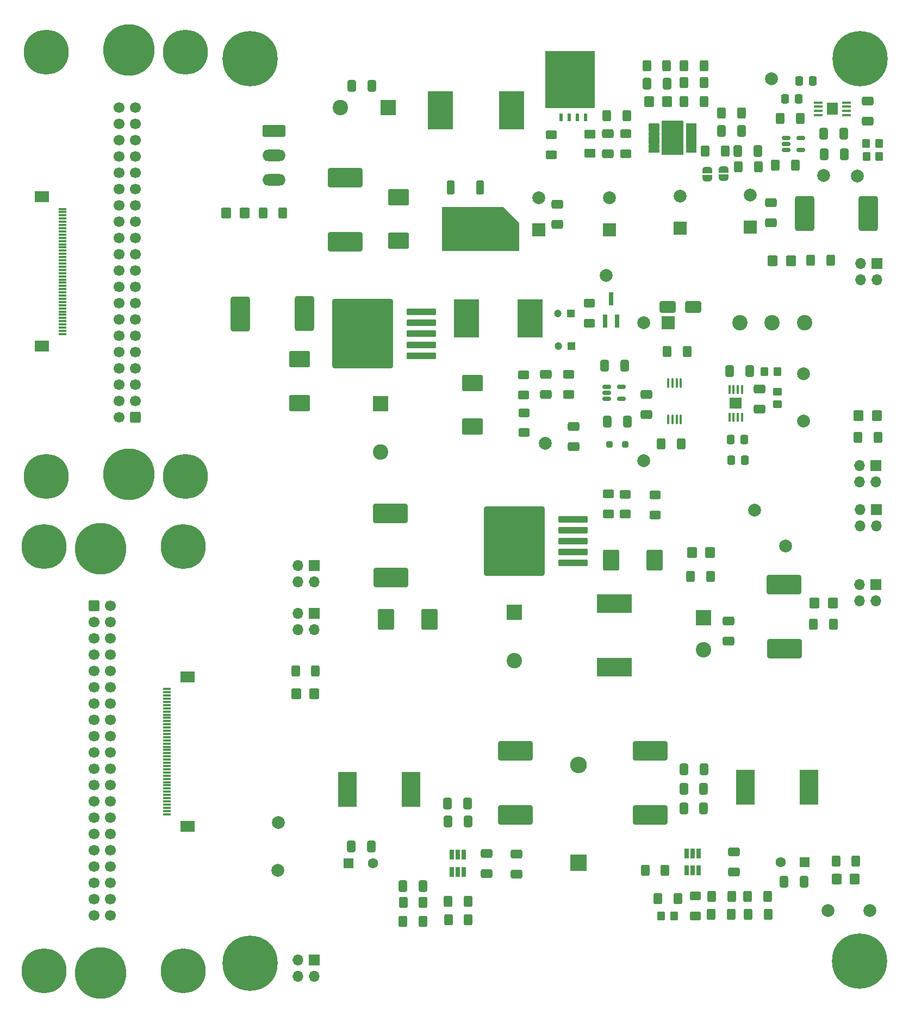
<source format=gbr>
%TF.GenerationSoftware,KiCad,Pcbnew,(7.0.0)*%
%TF.CreationDate,2024-10-30T08:51:02+03:30*%
%TF.ProjectId,tester supply,74657374-6572-4207-9375-70706c792e6b,rev?*%
%TF.SameCoordinates,Original*%
%TF.FileFunction,Soldermask,Top*%
%TF.FilePolarity,Negative*%
%FSLAX46Y46*%
G04 Gerber Fmt 4.6, Leading zero omitted, Abs format (unit mm)*
G04 Created by KiCad (PCBNEW (7.0.0)) date 2024-10-30 08:51:02*
%MOMM*%
%LPD*%
G01*
G04 APERTURE LIST*
G04 Aperture macros list*
%AMRoundRect*
0 Rectangle with rounded corners*
0 $1 Rounding radius*
0 $2 $3 $4 $5 $6 $7 $8 $9 X,Y pos of 4 corners*
0 Add a 4 corners polygon primitive as box body*
4,1,4,$2,$3,$4,$5,$6,$7,$8,$9,$2,$3,0*
0 Add four circle primitives for the rounded corners*
1,1,$1+$1,$2,$3*
1,1,$1+$1,$4,$5*
1,1,$1+$1,$6,$7*
1,1,$1+$1,$8,$9*
0 Add four rect primitives between the rounded corners*
20,1,$1+$1,$2,$3,$4,$5,0*
20,1,$1+$1,$4,$5,$6,$7,0*
20,1,$1+$1,$6,$7,$8,$9,0*
20,1,$1+$1,$8,$9,$2,$3,0*%
%AMFreePoly0*
4,1,19,0.500000,-0.750000,0.000000,-0.750000,0.000000,-0.744911,-0.071157,-0.744911,-0.207708,-0.704816,-0.327430,-0.627875,-0.420627,-0.520320,-0.479746,-0.390866,-0.500000,-0.250000,-0.500000,0.250000,-0.479746,0.390866,-0.420627,0.520320,-0.327430,0.627875,-0.207708,0.704816,-0.071157,0.744911,0.000000,0.744911,0.000000,0.750000,0.500000,0.750000,0.500000,-0.750000,0.500000,-0.750000,
$1*%
%AMFreePoly1*
4,1,19,0.000000,0.744911,0.071157,0.744911,0.207708,0.704816,0.327430,0.627875,0.420627,0.520320,0.479746,0.390866,0.500000,0.250000,0.500000,-0.250000,0.479746,-0.390866,0.420627,-0.520320,0.327430,-0.627875,0.207708,-0.704816,0.071157,-0.744911,0.000000,-0.744911,0.000000,-0.750000,-0.500000,-0.750000,-0.500000,0.750000,0.000000,0.750000,0.000000,0.744911,0.000000,0.744911,
$1*%
%AMFreePoly2*
4,1,17,2.675000,1.605000,1.875000,1.605000,1.875000,0.935000,2.675000,0.935000,2.675000,0.335000,1.875000,0.335000,1.875000,-0.335000,2.675000,-0.335000,2.675000,-0.935000,1.875000,-0.935000,1.875000,-1.605000,2.675000,-1.605000,2.675000,-2.205000,-1.875000,-2.205000,-1.875000,2.205000,2.675000,2.205000,2.675000,1.605000,2.675000,1.605000,$1*%
G04 Aperture macros list end*
%ADD10C,0.010000*%
%ADD11C,0.800000*%
%ADD12C,7.000000*%
%ADD13R,1.300000X0.300000*%
%ADD14R,2.200000X1.800000*%
%ADD15RoundRect,0.250000X-0.600000X-0.600000X0.600000X-0.600000X0.600000X0.600000X-0.600000X0.600000X0*%
%ADD16C,1.700000*%
%ADD17C,8.000000*%
%ADD18RoundRect,0.250000X0.600000X0.600000X-0.600000X0.600000X-0.600000X-0.600000X0.600000X-0.600000X0*%
%ADD19RoundRect,0.250000X0.625000X-0.400000X0.625000X0.400000X-0.625000X0.400000X-0.625000X-0.400000X0*%
%ADD20RoundRect,0.250000X-1.400000X-1.000000X1.400000X-1.000000X1.400000X1.000000X-1.400000X1.000000X0*%
%ADD21C,2.000000*%
%ADD22RoundRect,0.250000X0.400000X0.625000X-0.400000X0.625000X-0.400000X-0.625000X0.400000X-0.625000X0*%
%ADD23RoundRect,0.250000X1.000000X-1.400000X1.000000X1.400000X-1.000000X1.400000X-1.000000X-1.400000X0*%
%ADD24R,1.700000X1.700000*%
%ADD25O,1.700000X1.700000*%
%ADD26RoundRect,0.250000X-0.350000X-0.450000X0.350000X-0.450000X0.350000X0.450000X-0.350000X0.450000X0*%
%ADD27RoundRect,0.357000X2.368000X-1.143000X2.368000X1.143000X-2.368000X1.143000X-2.368000X-1.143000X0*%
%ADD28C,0.900000*%
%ADD29C,8.600000*%
%ADD30RoundRect,0.100000X-0.100000X0.637500X-0.100000X-0.637500X0.100000X-0.637500X0.100000X0.637500X0*%
%ADD31RoundRect,0.250000X0.550000X0.575000X-0.550000X0.575000X-0.550000X-0.575000X0.550000X-0.575000X0*%
%ADD32RoundRect,0.250000X-0.550000X-0.575000X0.550000X-0.575000X0.550000X0.575000X-0.550000X0.575000X0*%
%ADD33RoundRect,0.250000X-0.412500X-0.650000X0.412500X-0.650000X0.412500X0.650000X-0.412500X0.650000X0*%
%ADD34R,0.700000X2.000000*%
%ADD35RoundRect,0.250000X-0.400000X-0.625000X0.400000X-0.625000X0.400000X0.625000X-0.400000X0.625000X0*%
%ADD36RoundRect,0.250000X-0.337500X-0.475000X0.337500X-0.475000X0.337500X0.475000X-0.337500X0.475000X0*%
%ADD37RoundRect,0.150000X-0.512500X-0.150000X0.512500X-0.150000X0.512500X0.150000X-0.512500X0.150000X0*%
%ADD38RoundRect,0.250000X0.412500X0.650000X-0.412500X0.650000X-0.412500X-0.650000X0.412500X-0.650000X0*%
%ADD39RoundRect,0.250000X-0.650000X0.412500X-0.650000X-0.412500X0.650000X-0.412500X0.650000X0.412500X0*%
%ADD40R,2.900000X5.400000*%
%ADD41RoundRect,0.250000X-0.350000X0.850000X-0.350000X-0.850000X0.350000X-0.850000X0.350000X0.850000X0*%
%ADD42RoundRect,0.249997X-2.650003X2.950003X-2.650003X-2.950003X2.650003X-2.950003X2.650003X2.950003X0*%
%ADD43RoundRect,0.250000X0.250000X0.250000X-0.250000X0.250000X-0.250000X-0.250000X0.250000X-0.250000X0*%
%ADD44R,4.000000X6.000000*%
%ADD45RoundRect,0.250000X-0.625000X0.400000X-0.625000X-0.400000X0.625000X-0.400000X0.625000X0.400000X0*%
%ADD46RoundRect,0.250000X2.050000X0.300000X-2.050000X0.300000X-2.050000X-0.300000X2.050000X-0.300000X0*%
%ADD47RoundRect,0.250002X4.449998X5.149998X-4.449998X5.149998X-4.449998X-5.149998X4.449998X-5.149998X0*%
%ADD48RoundRect,0.250001X0.624999X-0.462499X0.624999X0.462499X-0.624999X0.462499X-0.624999X-0.462499X0*%
%ADD49R,2.600000X2.600000*%
%ADD50O,2.600000X2.600000*%
%ADD51RoundRect,0.250000X0.650000X-0.412500X0.650000X0.412500X-0.650000X0.412500X-0.650000X-0.412500X0*%
%ADD52RoundRect,0.100000X0.612500X0.100000X-0.612500X0.100000X-0.612500X-0.100000X0.612500X-0.100000X0*%
%ADD53R,1.730000X1.850000*%
%ADD54RoundRect,0.250000X-1.000000X-0.650000X1.000000X-0.650000X1.000000X0.650000X-1.000000X0.650000X0*%
%ADD55RoundRect,0.250000X0.337500X0.475000X-0.337500X0.475000X-0.337500X-0.475000X0.337500X-0.475000X0*%
%ADD56RoundRect,0.100000X-0.100000X0.612500X-0.100000X-0.612500X0.100000X-0.612500X0.100000X0.612500X0*%
%ADD57R,1.850000X1.730000*%
%ADD58RoundRect,0.250000X-1.550000X0.650000X-1.550000X-0.650000X1.550000X-0.650000X1.550000X0.650000X0*%
%ADD59O,3.600000X1.800000*%
%ADD60R,0.650000X1.560000*%
%ADD61RoundRect,0.250000X0.350000X0.450000X-0.350000X0.450000X-0.350000X-0.450000X0.350000X-0.450000X0*%
%ADD62RoundRect,0.250000X-1.000000X1.400000X-1.000000X-1.400000X1.000000X-1.400000X1.000000X1.400000X0*%
%ADD63FreePoly0,270.000000*%
%ADD64FreePoly1,270.000000*%
%ADD65RoundRect,0.357000X1.143000X2.368000X-1.143000X2.368000X-1.143000X-2.368000X1.143000X-2.368000X0*%
%ADD66RoundRect,0.250000X-0.450000X0.350000X-0.450000X-0.350000X0.450000X-0.350000X0.450000X0.350000X0*%
%ADD67R,5.400000X2.900000*%
%ADD68FreePoly2,90.000000*%
%ADD69R,0.550000X1.300000*%
%ADD70RoundRect,0.250000X1.400000X1.000000X-1.400000X1.000000X-1.400000X-1.000000X1.400000X-1.000000X0*%
%ADD71R,1.200000X1.200000*%
%ADD72C,1.200000*%
%ADD73R,2.400000X2.400000*%
%ADD74C,2.400000*%
%ADD75R,2.000000X2.000000*%
%ADD76R,1.600000X1.600000*%
%ADD77C,1.600000*%
G04 APERTURE END LIST*
%TO.C,U1*%
G36*
X229090000Y-43270000D02*
G01*
X227270000Y-43270000D01*
X227270000Y-40410000D01*
X229090000Y-40410000D01*
X229090000Y-43270000D01*
G37*
D10*
X229090000Y-43270000D02*
X227270000Y-43270000D01*
X227270000Y-40410000D01*
X229090000Y-40410000D01*
X229090000Y-43270000D01*
G36*
X225990000Y-39616000D02*
G01*
X225996000Y-39616000D01*
X226001000Y-39617000D01*
X226006000Y-39618000D01*
X226011000Y-39620000D01*
X226016000Y-39622000D01*
X226021000Y-39624000D01*
X226025000Y-39626000D01*
X226030000Y-39628000D01*
X226034000Y-39631000D01*
X226039000Y-39634000D01*
X226043000Y-39637000D01*
X226047000Y-39641000D01*
X226051000Y-39644000D01*
X226054000Y-39648000D01*
X226058000Y-39652000D01*
X226061000Y-39656000D01*
X226064000Y-39661000D01*
X226067000Y-39665000D01*
X226069000Y-39670000D01*
X226071000Y-39674000D01*
X226073000Y-39679000D01*
X226075000Y-39684000D01*
X226077000Y-39689000D01*
X226078000Y-39694000D01*
X226079000Y-39699000D01*
X226079000Y-39705000D01*
X226080000Y-39710000D01*
X226080000Y-39715000D01*
X226080000Y-40065000D01*
X226080000Y-40070000D01*
X226079000Y-40075000D01*
X226079000Y-40081000D01*
X226078000Y-40086000D01*
X226077000Y-40091000D01*
X226075000Y-40096000D01*
X226073000Y-40101000D01*
X226071000Y-40106000D01*
X226069000Y-40110000D01*
X226067000Y-40115000D01*
X226064000Y-40119000D01*
X226061000Y-40124000D01*
X226058000Y-40128000D01*
X226054000Y-40132000D01*
X226051000Y-40136000D01*
X226047000Y-40139000D01*
X226043000Y-40143000D01*
X226039000Y-40146000D01*
X226034000Y-40149000D01*
X226030000Y-40152000D01*
X226025000Y-40154000D01*
X226021000Y-40156000D01*
X226016000Y-40158000D01*
X226011000Y-40160000D01*
X226006000Y-40162000D01*
X226001000Y-40163000D01*
X225996000Y-40164000D01*
X225990000Y-40164000D01*
X225985000Y-40165000D01*
X225980000Y-40165000D01*
X224580000Y-40165000D01*
X224575000Y-40165000D01*
X224570000Y-40164000D01*
X224564000Y-40164000D01*
X224559000Y-40163000D01*
X224554000Y-40162000D01*
X224549000Y-40160000D01*
X224544000Y-40158000D01*
X224539000Y-40156000D01*
X224535000Y-40154000D01*
X224530000Y-40152000D01*
X224526000Y-40149000D01*
X224521000Y-40146000D01*
X224517000Y-40143000D01*
X224513000Y-40139000D01*
X224509000Y-40136000D01*
X224506000Y-40132000D01*
X224502000Y-40128000D01*
X224499000Y-40124000D01*
X224496000Y-40119000D01*
X224493000Y-40115000D01*
X224491000Y-40110000D01*
X224489000Y-40106000D01*
X224487000Y-40101000D01*
X224485000Y-40096000D01*
X224483000Y-40091000D01*
X224482000Y-40086000D01*
X224481000Y-40081000D01*
X224481000Y-40075000D01*
X224480000Y-40070000D01*
X224480000Y-40065000D01*
X224480000Y-39715000D01*
X224480000Y-39710000D01*
X224481000Y-39705000D01*
X224481000Y-39699000D01*
X224482000Y-39694000D01*
X224483000Y-39689000D01*
X224485000Y-39684000D01*
X224487000Y-39679000D01*
X224489000Y-39674000D01*
X224491000Y-39670000D01*
X224493000Y-39665000D01*
X224496000Y-39661000D01*
X224499000Y-39656000D01*
X224502000Y-39652000D01*
X224506000Y-39648000D01*
X224509000Y-39644000D01*
X224513000Y-39641000D01*
X224517000Y-39637000D01*
X224521000Y-39634000D01*
X224526000Y-39631000D01*
X224530000Y-39628000D01*
X224535000Y-39626000D01*
X224539000Y-39624000D01*
X224544000Y-39622000D01*
X224549000Y-39620000D01*
X224554000Y-39618000D01*
X224559000Y-39617000D01*
X224564000Y-39616000D01*
X224570000Y-39616000D01*
X224575000Y-39615000D01*
X224580000Y-39615000D01*
X225980000Y-39615000D01*
X225985000Y-39615000D01*
X225990000Y-39616000D01*
G37*
X225990000Y-39616000D02*
X225996000Y-39616000D01*
X226001000Y-39617000D01*
X226006000Y-39618000D01*
X226011000Y-39620000D01*
X226016000Y-39622000D01*
X226021000Y-39624000D01*
X226025000Y-39626000D01*
X226030000Y-39628000D01*
X226034000Y-39631000D01*
X226039000Y-39634000D01*
X226043000Y-39637000D01*
X226047000Y-39641000D01*
X226051000Y-39644000D01*
X226054000Y-39648000D01*
X226058000Y-39652000D01*
X226061000Y-39656000D01*
X226064000Y-39661000D01*
X226067000Y-39665000D01*
X226069000Y-39670000D01*
X226071000Y-39674000D01*
X226073000Y-39679000D01*
X226075000Y-39684000D01*
X226077000Y-39689000D01*
X226078000Y-39694000D01*
X226079000Y-39699000D01*
X226079000Y-39705000D01*
X226080000Y-39710000D01*
X226080000Y-39715000D01*
X226080000Y-40065000D01*
X226080000Y-40070000D01*
X226079000Y-40075000D01*
X226079000Y-40081000D01*
X226078000Y-40086000D01*
X226077000Y-40091000D01*
X226075000Y-40096000D01*
X226073000Y-40101000D01*
X226071000Y-40106000D01*
X226069000Y-40110000D01*
X226067000Y-40115000D01*
X226064000Y-40119000D01*
X226061000Y-40124000D01*
X226058000Y-40128000D01*
X226054000Y-40132000D01*
X226051000Y-40136000D01*
X226047000Y-40139000D01*
X226043000Y-40143000D01*
X226039000Y-40146000D01*
X226034000Y-40149000D01*
X226030000Y-40152000D01*
X226025000Y-40154000D01*
X226021000Y-40156000D01*
X226016000Y-40158000D01*
X226011000Y-40160000D01*
X226006000Y-40162000D01*
X226001000Y-40163000D01*
X225996000Y-40164000D01*
X225990000Y-40164000D01*
X225985000Y-40165000D01*
X225980000Y-40165000D01*
X224580000Y-40165000D01*
X224575000Y-40165000D01*
X224570000Y-40164000D01*
X224564000Y-40164000D01*
X224559000Y-40163000D01*
X224554000Y-40162000D01*
X224549000Y-40160000D01*
X224544000Y-40158000D01*
X224539000Y-40156000D01*
X224535000Y-40154000D01*
X224530000Y-40152000D01*
X224526000Y-40149000D01*
X224521000Y-40146000D01*
X224517000Y-40143000D01*
X224513000Y-40139000D01*
X224509000Y-40136000D01*
X224506000Y-40132000D01*
X224502000Y-40128000D01*
X224499000Y-40124000D01*
X224496000Y-40119000D01*
X224493000Y-40115000D01*
X224491000Y-40110000D01*
X224489000Y-40106000D01*
X224487000Y-40101000D01*
X224485000Y-40096000D01*
X224483000Y-40091000D01*
X224482000Y-40086000D01*
X224481000Y-40081000D01*
X224481000Y-40075000D01*
X224480000Y-40070000D01*
X224480000Y-40065000D01*
X224480000Y-39715000D01*
X224480000Y-39710000D01*
X224481000Y-39705000D01*
X224481000Y-39699000D01*
X224482000Y-39694000D01*
X224483000Y-39689000D01*
X224485000Y-39684000D01*
X224487000Y-39679000D01*
X224489000Y-39674000D01*
X224491000Y-39670000D01*
X224493000Y-39665000D01*
X224496000Y-39661000D01*
X224499000Y-39656000D01*
X224502000Y-39652000D01*
X224506000Y-39648000D01*
X224509000Y-39644000D01*
X224513000Y-39641000D01*
X224517000Y-39637000D01*
X224521000Y-39634000D01*
X224526000Y-39631000D01*
X224530000Y-39628000D01*
X224535000Y-39626000D01*
X224539000Y-39624000D01*
X224544000Y-39622000D01*
X224549000Y-39620000D01*
X224554000Y-39618000D01*
X224559000Y-39617000D01*
X224564000Y-39616000D01*
X224570000Y-39616000D01*
X224575000Y-39615000D01*
X224580000Y-39615000D01*
X225980000Y-39615000D01*
X225985000Y-39615000D01*
X225990000Y-39616000D01*
G36*
X225990000Y-40266000D02*
G01*
X225996000Y-40266000D01*
X226001000Y-40267000D01*
X226006000Y-40268000D01*
X226011000Y-40270000D01*
X226016000Y-40272000D01*
X226021000Y-40274000D01*
X226025000Y-40276000D01*
X226030000Y-40278000D01*
X226034000Y-40281000D01*
X226039000Y-40284000D01*
X226043000Y-40287000D01*
X226047000Y-40291000D01*
X226051000Y-40294000D01*
X226054000Y-40298000D01*
X226058000Y-40302000D01*
X226061000Y-40306000D01*
X226064000Y-40311000D01*
X226067000Y-40315000D01*
X226069000Y-40320000D01*
X226071000Y-40324000D01*
X226073000Y-40329000D01*
X226075000Y-40334000D01*
X226077000Y-40339000D01*
X226078000Y-40344000D01*
X226079000Y-40349000D01*
X226079000Y-40355000D01*
X226080000Y-40360000D01*
X226080000Y-40365000D01*
X226080000Y-40715000D01*
X226080000Y-40720000D01*
X226079000Y-40725000D01*
X226079000Y-40731000D01*
X226078000Y-40736000D01*
X226077000Y-40741000D01*
X226075000Y-40746000D01*
X226073000Y-40751000D01*
X226071000Y-40756000D01*
X226069000Y-40760000D01*
X226067000Y-40765000D01*
X226064000Y-40769000D01*
X226061000Y-40774000D01*
X226058000Y-40778000D01*
X226054000Y-40782000D01*
X226051000Y-40786000D01*
X226047000Y-40789000D01*
X226043000Y-40793000D01*
X226039000Y-40796000D01*
X226034000Y-40799000D01*
X226030000Y-40802000D01*
X226025000Y-40804000D01*
X226021000Y-40806000D01*
X226016000Y-40808000D01*
X226011000Y-40810000D01*
X226006000Y-40812000D01*
X226001000Y-40813000D01*
X225996000Y-40814000D01*
X225990000Y-40814000D01*
X225985000Y-40815000D01*
X225980000Y-40815000D01*
X224580000Y-40815000D01*
X224575000Y-40815000D01*
X224570000Y-40814000D01*
X224564000Y-40814000D01*
X224559000Y-40813000D01*
X224554000Y-40812000D01*
X224549000Y-40810000D01*
X224544000Y-40808000D01*
X224539000Y-40806000D01*
X224535000Y-40804000D01*
X224530000Y-40802000D01*
X224526000Y-40799000D01*
X224521000Y-40796000D01*
X224517000Y-40793000D01*
X224513000Y-40789000D01*
X224509000Y-40786000D01*
X224506000Y-40782000D01*
X224502000Y-40778000D01*
X224499000Y-40774000D01*
X224496000Y-40769000D01*
X224493000Y-40765000D01*
X224491000Y-40760000D01*
X224489000Y-40756000D01*
X224487000Y-40751000D01*
X224485000Y-40746000D01*
X224483000Y-40741000D01*
X224482000Y-40736000D01*
X224481000Y-40731000D01*
X224481000Y-40725000D01*
X224480000Y-40720000D01*
X224480000Y-40715000D01*
X224480000Y-40365000D01*
X224480000Y-40360000D01*
X224481000Y-40355000D01*
X224481000Y-40349000D01*
X224482000Y-40344000D01*
X224483000Y-40339000D01*
X224485000Y-40334000D01*
X224487000Y-40329000D01*
X224489000Y-40324000D01*
X224491000Y-40320000D01*
X224493000Y-40315000D01*
X224496000Y-40311000D01*
X224499000Y-40306000D01*
X224502000Y-40302000D01*
X224506000Y-40298000D01*
X224509000Y-40294000D01*
X224513000Y-40291000D01*
X224517000Y-40287000D01*
X224521000Y-40284000D01*
X224526000Y-40281000D01*
X224530000Y-40278000D01*
X224535000Y-40276000D01*
X224539000Y-40274000D01*
X224544000Y-40272000D01*
X224549000Y-40270000D01*
X224554000Y-40268000D01*
X224559000Y-40267000D01*
X224564000Y-40266000D01*
X224570000Y-40266000D01*
X224575000Y-40265000D01*
X224580000Y-40265000D01*
X225980000Y-40265000D01*
X225985000Y-40265000D01*
X225990000Y-40266000D01*
G37*
X225990000Y-40266000D02*
X225996000Y-40266000D01*
X226001000Y-40267000D01*
X226006000Y-40268000D01*
X226011000Y-40270000D01*
X226016000Y-40272000D01*
X226021000Y-40274000D01*
X226025000Y-40276000D01*
X226030000Y-40278000D01*
X226034000Y-40281000D01*
X226039000Y-40284000D01*
X226043000Y-40287000D01*
X226047000Y-40291000D01*
X226051000Y-40294000D01*
X226054000Y-40298000D01*
X226058000Y-40302000D01*
X226061000Y-40306000D01*
X226064000Y-40311000D01*
X226067000Y-40315000D01*
X226069000Y-40320000D01*
X226071000Y-40324000D01*
X226073000Y-40329000D01*
X226075000Y-40334000D01*
X226077000Y-40339000D01*
X226078000Y-40344000D01*
X226079000Y-40349000D01*
X226079000Y-40355000D01*
X226080000Y-40360000D01*
X226080000Y-40365000D01*
X226080000Y-40715000D01*
X226080000Y-40720000D01*
X226079000Y-40725000D01*
X226079000Y-40731000D01*
X226078000Y-40736000D01*
X226077000Y-40741000D01*
X226075000Y-40746000D01*
X226073000Y-40751000D01*
X226071000Y-40756000D01*
X226069000Y-40760000D01*
X226067000Y-40765000D01*
X226064000Y-40769000D01*
X226061000Y-40774000D01*
X226058000Y-40778000D01*
X226054000Y-40782000D01*
X226051000Y-40786000D01*
X226047000Y-40789000D01*
X226043000Y-40793000D01*
X226039000Y-40796000D01*
X226034000Y-40799000D01*
X226030000Y-40802000D01*
X226025000Y-40804000D01*
X226021000Y-40806000D01*
X226016000Y-40808000D01*
X226011000Y-40810000D01*
X226006000Y-40812000D01*
X226001000Y-40813000D01*
X225996000Y-40814000D01*
X225990000Y-40814000D01*
X225985000Y-40815000D01*
X225980000Y-40815000D01*
X224580000Y-40815000D01*
X224575000Y-40815000D01*
X224570000Y-40814000D01*
X224564000Y-40814000D01*
X224559000Y-40813000D01*
X224554000Y-40812000D01*
X224549000Y-40810000D01*
X224544000Y-40808000D01*
X224539000Y-40806000D01*
X224535000Y-40804000D01*
X224530000Y-40802000D01*
X224526000Y-40799000D01*
X224521000Y-40796000D01*
X224517000Y-40793000D01*
X224513000Y-40789000D01*
X224509000Y-40786000D01*
X224506000Y-40782000D01*
X224502000Y-40778000D01*
X224499000Y-40774000D01*
X224496000Y-40769000D01*
X224493000Y-40765000D01*
X224491000Y-40760000D01*
X224489000Y-40756000D01*
X224487000Y-40751000D01*
X224485000Y-40746000D01*
X224483000Y-40741000D01*
X224482000Y-40736000D01*
X224481000Y-40731000D01*
X224481000Y-40725000D01*
X224480000Y-40720000D01*
X224480000Y-40715000D01*
X224480000Y-40365000D01*
X224480000Y-40360000D01*
X224481000Y-40355000D01*
X224481000Y-40349000D01*
X224482000Y-40344000D01*
X224483000Y-40339000D01*
X224485000Y-40334000D01*
X224487000Y-40329000D01*
X224489000Y-40324000D01*
X224491000Y-40320000D01*
X224493000Y-40315000D01*
X224496000Y-40311000D01*
X224499000Y-40306000D01*
X224502000Y-40302000D01*
X224506000Y-40298000D01*
X224509000Y-40294000D01*
X224513000Y-40291000D01*
X224517000Y-40287000D01*
X224521000Y-40284000D01*
X224526000Y-40281000D01*
X224530000Y-40278000D01*
X224535000Y-40276000D01*
X224539000Y-40274000D01*
X224544000Y-40272000D01*
X224549000Y-40270000D01*
X224554000Y-40268000D01*
X224559000Y-40267000D01*
X224564000Y-40266000D01*
X224570000Y-40266000D01*
X224575000Y-40265000D01*
X224580000Y-40265000D01*
X225980000Y-40265000D01*
X225985000Y-40265000D01*
X225990000Y-40266000D01*
G36*
X225990000Y-40916000D02*
G01*
X225996000Y-40916000D01*
X226001000Y-40917000D01*
X226006000Y-40918000D01*
X226011000Y-40920000D01*
X226016000Y-40922000D01*
X226021000Y-40924000D01*
X226025000Y-40926000D01*
X226030000Y-40928000D01*
X226034000Y-40931000D01*
X226039000Y-40934000D01*
X226043000Y-40937000D01*
X226047000Y-40941000D01*
X226051000Y-40944000D01*
X226054000Y-40948000D01*
X226058000Y-40952000D01*
X226061000Y-40956000D01*
X226064000Y-40961000D01*
X226067000Y-40965000D01*
X226069000Y-40970000D01*
X226071000Y-40974000D01*
X226073000Y-40979000D01*
X226075000Y-40984000D01*
X226077000Y-40989000D01*
X226078000Y-40994000D01*
X226079000Y-40999000D01*
X226079000Y-41005000D01*
X226080000Y-41010000D01*
X226080000Y-41015000D01*
X226080000Y-41365000D01*
X226080000Y-41370000D01*
X226079000Y-41375000D01*
X226079000Y-41381000D01*
X226078000Y-41386000D01*
X226077000Y-41391000D01*
X226075000Y-41396000D01*
X226073000Y-41401000D01*
X226071000Y-41406000D01*
X226069000Y-41410000D01*
X226067000Y-41415000D01*
X226064000Y-41419000D01*
X226061000Y-41424000D01*
X226058000Y-41428000D01*
X226054000Y-41432000D01*
X226051000Y-41436000D01*
X226047000Y-41439000D01*
X226043000Y-41443000D01*
X226039000Y-41446000D01*
X226034000Y-41449000D01*
X226030000Y-41452000D01*
X226025000Y-41454000D01*
X226021000Y-41456000D01*
X226016000Y-41458000D01*
X226011000Y-41460000D01*
X226006000Y-41462000D01*
X226001000Y-41463000D01*
X225996000Y-41464000D01*
X225990000Y-41464000D01*
X225985000Y-41465000D01*
X225980000Y-41465000D01*
X224580000Y-41465000D01*
X224575000Y-41465000D01*
X224570000Y-41464000D01*
X224564000Y-41464000D01*
X224559000Y-41463000D01*
X224554000Y-41462000D01*
X224549000Y-41460000D01*
X224544000Y-41458000D01*
X224539000Y-41456000D01*
X224535000Y-41454000D01*
X224530000Y-41452000D01*
X224526000Y-41449000D01*
X224521000Y-41446000D01*
X224517000Y-41443000D01*
X224513000Y-41439000D01*
X224509000Y-41436000D01*
X224506000Y-41432000D01*
X224502000Y-41428000D01*
X224499000Y-41424000D01*
X224496000Y-41419000D01*
X224493000Y-41415000D01*
X224491000Y-41410000D01*
X224489000Y-41406000D01*
X224487000Y-41401000D01*
X224485000Y-41396000D01*
X224483000Y-41391000D01*
X224482000Y-41386000D01*
X224481000Y-41381000D01*
X224481000Y-41375000D01*
X224480000Y-41370000D01*
X224480000Y-41365000D01*
X224480000Y-41015000D01*
X224480000Y-41010000D01*
X224481000Y-41005000D01*
X224481000Y-40999000D01*
X224482000Y-40994000D01*
X224483000Y-40989000D01*
X224485000Y-40984000D01*
X224487000Y-40979000D01*
X224489000Y-40974000D01*
X224491000Y-40970000D01*
X224493000Y-40965000D01*
X224496000Y-40961000D01*
X224499000Y-40956000D01*
X224502000Y-40952000D01*
X224506000Y-40948000D01*
X224509000Y-40944000D01*
X224513000Y-40941000D01*
X224517000Y-40937000D01*
X224521000Y-40934000D01*
X224526000Y-40931000D01*
X224530000Y-40928000D01*
X224535000Y-40926000D01*
X224539000Y-40924000D01*
X224544000Y-40922000D01*
X224549000Y-40920000D01*
X224554000Y-40918000D01*
X224559000Y-40917000D01*
X224564000Y-40916000D01*
X224570000Y-40916000D01*
X224575000Y-40915000D01*
X224580000Y-40915000D01*
X225980000Y-40915000D01*
X225985000Y-40915000D01*
X225990000Y-40916000D01*
G37*
X225990000Y-40916000D02*
X225996000Y-40916000D01*
X226001000Y-40917000D01*
X226006000Y-40918000D01*
X226011000Y-40920000D01*
X226016000Y-40922000D01*
X226021000Y-40924000D01*
X226025000Y-40926000D01*
X226030000Y-40928000D01*
X226034000Y-40931000D01*
X226039000Y-40934000D01*
X226043000Y-40937000D01*
X226047000Y-40941000D01*
X226051000Y-40944000D01*
X226054000Y-40948000D01*
X226058000Y-40952000D01*
X226061000Y-40956000D01*
X226064000Y-40961000D01*
X226067000Y-40965000D01*
X226069000Y-40970000D01*
X226071000Y-40974000D01*
X226073000Y-40979000D01*
X226075000Y-40984000D01*
X226077000Y-40989000D01*
X226078000Y-40994000D01*
X226079000Y-40999000D01*
X226079000Y-41005000D01*
X226080000Y-41010000D01*
X226080000Y-41015000D01*
X226080000Y-41365000D01*
X226080000Y-41370000D01*
X226079000Y-41375000D01*
X226079000Y-41381000D01*
X226078000Y-41386000D01*
X226077000Y-41391000D01*
X226075000Y-41396000D01*
X226073000Y-41401000D01*
X226071000Y-41406000D01*
X226069000Y-41410000D01*
X226067000Y-41415000D01*
X226064000Y-41419000D01*
X226061000Y-41424000D01*
X226058000Y-41428000D01*
X226054000Y-41432000D01*
X226051000Y-41436000D01*
X226047000Y-41439000D01*
X226043000Y-41443000D01*
X226039000Y-41446000D01*
X226034000Y-41449000D01*
X226030000Y-41452000D01*
X226025000Y-41454000D01*
X226021000Y-41456000D01*
X226016000Y-41458000D01*
X226011000Y-41460000D01*
X226006000Y-41462000D01*
X226001000Y-41463000D01*
X225996000Y-41464000D01*
X225990000Y-41464000D01*
X225985000Y-41465000D01*
X225980000Y-41465000D01*
X224580000Y-41465000D01*
X224575000Y-41465000D01*
X224570000Y-41464000D01*
X224564000Y-41464000D01*
X224559000Y-41463000D01*
X224554000Y-41462000D01*
X224549000Y-41460000D01*
X224544000Y-41458000D01*
X224539000Y-41456000D01*
X224535000Y-41454000D01*
X224530000Y-41452000D01*
X224526000Y-41449000D01*
X224521000Y-41446000D01*
X224517000Y-41443000D01*
X224513000Y-41439000D01*
X224509000Y-41436000D01*
X224506000Y-41432000D01*
X224502000Y-41428000D01*
X224499000Y-41424000D01*
X224496000Y-41419000D01*
X224493000Y-41415000D01*
X224491000Y-41410000D01*
X224489000Y-41406000D01*
X224487000Y-41401000D01*
X224485000Y-41396000D01*
X224483000Y-41391000D01*
X224482000Y-41386000D01*
X224481000Y-41381000D01*
X224481000Y-41375000D01*
X224480000Y-41370000D01*
X224480000Y-41365000D01*
X224480000Y-41015000D01*
X224480000Y-41010000D01*
X224481000Y-41005000D01*
X224481000Y-40999000D01*
X224482000Y-40994000D01*
X224483000Y-40989000D01*
X224485000Y-40984000D01*
X224487000Y-40979000D01*
X224489000Y-40974000D01*
X224491000Y-40970000D01*
X224493000Y-40965000D01*
X224496000Y-40961000D01*
X224499000Y-40956000D01*
X224502000Y-40952000D01*
X224506000Y-40948000D01*
X224509000Y-40944000D01*
X224513000Y-40941000D01*
X224517000Y-40937000D01*
X224521000Y-40934000D01*
X224526000Y-40931000D01*
X224530000Y-40928000D01*
X224535000Y-40926000D01*
X224539000Y-40924000D01*
X224544000Y-40922000D01*
X224549000Y-40920000D01*
X224554000Y-40918000D01*
X224559000Y-40917000D01*
X224564000Y-40916000D01*
X224570000Y-40916000D01*
X224575000Y-40915000D01*
X224580000Y-40915000D01*
X225980000Y-40915000D01*
X225985000Y-40915000D01*
X225990000Y-40916000D01*
G36*
X225990000Y-41566000D02*
G01*
X225996000Y-41566000D01*
X226001000Y-41567000D01*
X226006000Y-41568000D01*
X226011000Y-41570000D01*
X226016000Y-41572000D01*
X226021000Y-41574000D01*
X226025000Y-41576000D01*
X226030000Y-41578000D01*
X226034000Y-41581000D01*
X226039000Y-41584000D01*
X226043000Y-41587000D01*
X226047000Y-41591000D01*
X226051000Y-41594000D01*
X226054000Y-41598000D01*
X226058000Y-41602000D01*
X226061000Y-41606000D01*
X226064000Y-41611000D01*
X226067000Y-41615000D01*
X226069000Y-41620000D01*
X226071000Y-41624000D01*
X226073000Y-41629000D01*
X226075000Y-41634000D01*
X226077000Y-41639000D01*
X226078000Y-41644000D01*
X226079000Y-41649000D01*
X226079000Y-41655000D01*
X226080000Y-41660000D01*
X226080000Y-41665000D01*
X226080000Y-42015000D01*
X226080000Y-42020000D01*
X226079000Y-42025000D01*
X226079000Y-42031000D01*
X226078000Y-42036000D01*
X226077000Y-42041000D01*
X226075000Y-42046000D01*
X226073000Y-42051000D01*
X226071000Y-42056000D01*
X226069000Y-42060000D01*
X226067000Y-42065000D01*
X226064000Y-42069000D01*
X226061000Y-42074000D01*
X226058000Y-42078000D01*
X226054000Y-42082000D01*
X226051000Y-42086000D01*
X226047000Y-42089000D01*
X226043000Y-42093000D01*
X226039000Y-42096000D01*
X226034000Y-42099000D01*
X226030000Y-42102000D01*
X226025000Y-42104000D01*
X226021000Y-42106000D01*
X226016000Y-42108000D01*
X226011000Y-42110000D01*
X226006000Y-42112000D01*
X226001000Y-42113000D01*
X225996000Y-42114000D01*
X225990000Y-42114000D01*
X225985000Y-42115000D01*
X225980000Y-42115000D01*
X224580000Y-42115000D01*
X224575000Y-42115000D01*
X224570000Y-42114000D01*
X224564000Y-42114000D01*
X224559000Y-42113000D01*
X224554000Y-42112000D01*
X224549000Y-42110000D01*
X224544000Y-42108000D01*
X224539000Y-42106000D01*
X224535000Y-42104000D01*
X224530000Y-42102000D01*
X224526000Y-42099000D01*
X224521000Y-42096000D01*
X224517000Y-42093000D01*
X224513000Y-42089000D01*
X224509000Y-42086000D01*
X224506000Y-42082000D01*
X224502000Y-42078000D01*
X224499000Y-42074000D01*
X224496000Y-42069000D01*
X224493000Y-42065000D01*
X224491000Y-42060000D01*
X224489000Y-42056000D01*
X224487000Y-42051000D01*
X224485000Y-42046000D01*
X224483000Y-42041000D01*
X224482000Y-42036000D01*
X224481000Y-42031000D01*
X224481000Y-42025000D01*
X224480000Y-42020000D01*
X224480000Y-42015000D01*
X224480000Y-41665000D01*
X224480000Y-41660000D01*
X224481000Y-41655000D01*
X224481000Y-41649000D01*
X224482000Y-41644000D01*
X224483000Y-41639000D01*
X224485000Y-41634000D01*
X224487000Y-41629000D01*
X224489000Y-41624000D01*
X224491000Y-41620000D01*
X224493000Y-41615000D01*
X224496000Y-41611000D01*
X224499000Y-41606000D01*
X224502000Y-41602000D01*
X224506000Y-41598000D01*
X224509000Y-41594000D01*
X224513000Y-41591000D01*
X224517000Y-41587000D01*
X224521000Y-41584000D01*
X224526000Y-41581000D01*
X224530000Y-41578000D01*
X224535000Y-41576000D01*
X224539000Y-41574000D01*
X224544000Y-41572000D01*
X224549000Y-41570000D01*
X224554000Y-41568000D01*
X224559000Y-41567000D01*
X224564000Y-41566000D01*
X224570000Y-41566000D01*
X224575000Y-41565000D01*
X224580000Y-41565000D01*
X225980000Y-41565000D01*
X225985000Y-41565000D01*
X225990000Y-41566000D01*
G37*
X225990000Y-41566000D02*
X225996000Y-41566000D01*
X226001000Y-41567000D01*
X226006000Y-41568000D01*
X226011000Y-41570000D01*
X226016000Y-41572000D01*
X226021000Y-41574000D01*
X226025000Y-41576000D01*
X226030000Y-41578000D01*
X226034000Y-41581000D01*
X226039000Y-41584000D01*
X226043000Y-41587000D01*
X226047000Y-41591000D01*
X226051000Y-41594000D01*
X226054000Y-41598000D01*
X226058000Y-41602000D01*
X226061000Y-41606000D01*
X226064000Y-41611000D01*
X226067000Y-41615000D01*
X226069000Y-41620000D01*
X226071000Y-41624000D01*
X226073000Y-41629000D01*
X226075000Y-41634000D01*
X226077000Y-41639000D01*
X226078000Y-41644000D01*
X226079000Y-41649000D01*
X226079000Y-41655000D01*
X226080000Y-41660000D01*
X226080000Y-41665000D01*
X226080000Y-42015000D01*
X226080000Y-42020000D01*
X226079000Y-42025000D01*
X226079000Y-42031000D01*
X226078000Y-42036000D01*
X226077000Y-42041000D01*
X226075000Y-42046000D01*
X226073000Y-42051000D01*
X226071000Y-42056000D01*
X226069000Y-42060000D01*
X226067000Y-42065000D01*
X226064000Y-42069000D01*
X226061000Y-42074000D01*
X226058000Y-42078000D01*
X226054000Y-42082000D01*
X226051000Y-42086000D01*
X226047000Y-42089000D01*
X226043000Y-42093000D01*
X226039000Y-42096000D01*
X226034000Y-42099000D01*
X226030000Y-42102000D01*
X226025000Y-42104000D01*
X226021000Y-42106000D01*
X226016000Y-42108000D01*
X226011000Y-42110000D01*
X226006000Y-42112000D01*
X226001000Y-42113000D01*
X225996000Y-42114000D01*
X225990000Y-42114000D01*
X225985000Y-42115000D01*
X225980000Y-42115000D01*
X224580000Y-42115000D01*
X224575000Y-42115000D01*
X224570000Y-42114000D01*
X224564000Y-42114000D01*
X224559000Y-42113000D01*
X224554000Y-42112000D01*
X224549000Y-42110000D01*
X224544000Y-42108000D01*
X224539000Y-42106000D01*
X224535000Y-42104000D01*
X224530000Y-42102000D01*
X224526000Y-42099000D01*
X224521000Y-42096000D01*
X224517000Y-42093000D01*
X224513000Y-42089000D01*
X224509000Y-42086000D01*
X224506000Y-42082000D01*
X224502000Y-42078000D01*
X224499000Y-42074000D01*
X224496000Y-42069000D01*
X224493000Y-42065000D01*
X224491000Y-42060000D01*
X224489000Y-42056000D01*
X224487000Y-42051000D01*
X224485000Y-42046000D01*
X224483000Y-42041000D01*
X224482000Y-42036000D01*
X224481000Y-42031000D01*
X224481000Y-42025000D01*
X224480000Y-42020000D01*
X224480000Y-42015000D01*
X224480000Y-41665000D01*
X224480000Y-41660000D01*
X224481000Y-41655000D01*
X224481000Y-41649000D01*
X224482000Y-41644000D01*
X224483000Y-41639000D01*
X224485000Y-41634000D01*
X224487000Y-41629000D01*
X224489000Y-41624000D01*
X224491000Y-41620000D01*
X224493000Y-41615000D01*
X224496000Y-41611000D01*
X224499000Y-41606000D01*
X224502000Y-41602000D01*
X224506000Y-41598000D01*
X224509000Y-41594000D01*
X224513000Y-41591000D01*
X224517000Y-41587000D01*
X224521000Y-41584000D01*
X224526000Y-41581000D01*
X224530000Y-41578000D01*
X224535000Y-41576000D01*
X224539000Y-41574000D01*
X224544000Y-41572000D01*
X224549000Y-41570000D01*
X224554000Y-41568000D01*
X224559000Y-41567000D01*
X224564000Y-41566000D01*
X224570000Y-41566000D01*
X224575000Y-41565000D01*
X224580000Y-41565000D01*
X225980000Y-41565000D01*
X225985000Y-41565000D01*
X225990000Y-41566000D01*
G36*
X225990000Y-42216000D02*
G01*
X225996000Y-42216000D01*
X226001000Y-42217000D01*
X226006000Y-42218000D01*
X226011000Y-42220000D01*
X226016000Y-42222000D01*
X226021000Y-42224000D01*
X226025000Y-42226000D01*
X226030000Y-42228000D01*
X226034000Y-42231000D01*
X226039000Y-42234000D01*
X226043000Y-42237000D01*
X226047000Y-42241000D01*
X226051000Y-42244000D01*
X226054000Y-42248000D01*
X226058000Y-42252000D01*
X226061000Y-42256000D01*
X226064000Y-42261000D01*
X226067000Y-42265000D01*
X226069000Y-42270000D01*
X226071000Y-42274000D01*
X226073000Y-42279000D01*
X226075000Y-42284000D01*
X226077000Y-42289000D01*
X226078000Y-42294000D01*
X226079000Y-42299000D01*
X226079000Y-42305000D01*
X226080000Y-42310000D01*
X226080000Y-42315000D01*
X226080000Y-42665000D01*
X226080000Y-42670000D01*
X226079000Y-42675000D01*
X226079000Y-42681000D01*
X226078000Y-42686000D01*
X226077000Y-42691000D01*
X226075000Y-42696000D01*
X226073000Y-42701000D01*
X226071000Y-42706000D01*
X226069000Y-42710000D01*
X226067000Y-42715000D01*
X226064000Y-42719000D01*
X226061000Y-42724000D01*
X226058000Y-42728000D01*
X226054000Y-42732000D01*
X226051000Y-42736000D01*
X226047000Y-42739000D01*
X226043000Y-42743000D01*
X226039000Y-42746000D01*
X226034000Y-42749000D01*
X226030000Y-42752000D01*
X226025000Y-42754000D01*
X226021000Y-42756000D01*
X226016000Y-42758000D01*
X226011000Y-42760000D01*
X226006000Y-42762000D01*
X226001000Y-42763000D01*
X225996000Y-42764000D01*
X225990000Y-42764000D01*
X225985000Y-42765000D01*
X225980000Y-42765000D01*
X224580000Y-42765000D01*
X224575000Y-42765000D01*
X224570000Y-42764000D01*
X224564000Y-42764000D01*
X224559000Y-42763000D01*
X224554000Y-42762000D01*
X224549000Y-42760000D01*
X224544000Y-42758000D01*
X224539000Y-42756000D01*
X224535000Y-42754000D01*
X224530000Y-42752000D01*
X224526000Y-42749000D01*
X224521000Y-42746000D01*
X224517000Y-42743000D01*
X224513000Y-42739000D01*
X224509000Y-42736000D01*
X224506000Y-42732000D01*
X224502000Y-42728000D01*
X224499000Y-42724000D01*
X224496000Y-42719000D01*
X224493000Y-42715000D01*
X224491000Y-42710000D01*
X224489000Y-42706000D01*
X224487000Y-42701000D01*
X224485000Y-42696000D01*
X224483000Y-42691000D01*
X224482000Y-42686000D01*
X224481000Y-42681000D01*
X224481000Y-42675000D01*
X224480000Y-42670000D01*
X224480000Y-42665000D01*
X224480000Y-42315000D01*
X224480000Y-42310000D01*
X224481000Y-42305000D01*
X224481000Y-42299000D01*
X224482000Y-42294000D01*
X224483000Y-42289000D01*
X224485000Y-42284000D01*
X224487000Y-42279000D01*
X224489000Y-42274000D01*
X224491000Y-42270000D01*
X224493000Y-42265000D01*
X224496000Y-42261000D01*
X224499000Y-42256000D01*
X224502000Y-42252000D01*
X224506000Y-42248000D01*
X224509000Y-42244000D01*
X224513000Y-42241000D01*
X224517000Y-42237000D01*
X224521000Y-42234000D01*
X224526000Y-42231000D01*
X224530000Y-42228000D01*
X224535000Y-42226000D01*
X224539000Y-42224000D01*
X224544000Y-42222000D01*
X224549000Y-42220000D01*
X224554000Y-42218000D01*
X224559000Y-42217000D01*
X224564000Y-42216000D01*
X224570000Y-42216000D01*
X224575000Y-42215000D01*
X224580000Y-42215000D01*
X225980000Y-42215000D01*
X225985000Y-42215000D01*
X225990000Y-42216000D01*
G37*
X225990000Y-42216000D02*
X225996000Y-42216000D01*
X226001000Y-42217000D01*
X226006000Y-42218000D01*
X226011000Y-42220000D01*
X226016000Y-42222000D01*
X226021000Y-42224000D01*
X226025000Y-42226000D01*
X226030000Y-42228000D01*
X226034000Y-42231000D01*
X226039000Y-42234000D01*
X226043000Y-42237000D01*
X226047000Y-42241000D01*
X226051000Y-42244000D01*
X226054000Y-42248000D01*
X226058000Y-42252000D01*
X226061000Y-42256000D01*
X226064000Y-42261000D01*
X226067000Y-42265000D01*
X226069000Y-42270000D01*
X226071000Y-42274000D01*
X226073000Y-42279000D01*
X226075000Y-42284000D01*
X226077000Y-42289000D01*
X226078000Y-42294000D01*
X226079000Y-42299000D01*
X226079000Y-42305000D01*
X226080000Y-42310000D01*
X226080000Y-42315000D01*
X226080000Y-42665000D01*
X226080000Y-42670000D01*
X226079000Y-42675000D01*
X226079000Y-42681000D01*
X226078000Y-42686000D01*
X226077000Y-42691000D01*
X226075000Y-42696000D01*
X226073000Y-42701000D01*
X226071000Y-42706000D01*
X226069000Y-42710000D01*
X226067000Y-42715000D01*
X226064000Y-42719000D01*
X226061000Y-42724000D01*
X226058000Y-42728000D01*
X226054000Y-42732000D01*
X226051000Y-42736000D01*
X226047000Y-42739000D01*
X226043000Y-42743000D01*
X226039000Y-42746000D01*
X226034000Y-42749000D01*
X226030000Y-42752000D01*
X226025000Y-42754000D01*
X226021000Y-42756000D01*
X226016000Y-42758000D01*
X226011000Y-42760000D01*
X226006000Y-42762000D01*
X226001000Y-42763000D01*
X225996000Y-42764000D01*
X225990000Y-42764000D01*
X225985000Y-42765000D01*
X225980000Y-42765000D01*
X224580000Y-42765000D01*
X224575000Y-42765000D01*
X224570000Y-42764000D01*
X224564000Y-42764000D01*
X224559000Y-42763000D01*
X224554000Y-42762000D01*
X224549000Y-42760000D01*
X224544000Y-42758000D01*
X224539000Y-42756000D01*
X224535000Y-42754000D01*
X224530000Y-42752000D01*
X224526000Y-42749000D01*
X224521000Y-42746000D01*
X224517000Y-42743000D01*
X224513000Y-42739000D01*
X224509000Y-42736000D01*
X224506000Y-42732000D01*
X224502000Y-42728000D01*
X224499000Y-42724000D01*
X224496000Y-42719000D01*
X224493000Y-42715000D01*
X224491000Y-42710000D01*
X224489000Y-42706000D01*
X224487000Y-42701000D01*
X224485000Y-42696000D01*
X224483000Y-42691000D01*
X224482000Y-42686000D01*
X224481000Y-42681000D01*
X224481000Y-42675000D01*
X224480000Y-42670000D01*
X224480000Y-42665000D01*
X224480000Y-42315000D01*
X224480000Y-42310000D01*
X224481000Y-42305000D01*
X224481000Y-42299000D01*
X224482000Y-42294000D01*
X224483000Y-42289000D01*
X224485000Y-42284000D01*
X224487000Y-42279000D01*
X224489000Y-42274000D01*
X224491000Y-42270000D01*
X224493000Y-42265000D01*
X224496000Y-42261000D01*
X224499000Y-42256000D01*
X224502000Y-42252000D01*
X224506000Y-42248000D01*
X224509000Y-42244000D01*
X224513000Y-42241000D01*
X224517000Y-42237000D01*
X224521000Y-42234000D01*
X224526000Y-42231000D01*
X224530000Y-42228000D01*
X224535000Y-42226000D01*
X224539000Y-42224000D01*
X224544000Y-42222000D01*
X224549000Y-42220000D01*
X224554000Y-42218000D01*
X224559000Y-42217000D01*
X224564000Y-42216000D01*
X224570000Y-42216000D01*
X224575000Y-42215000D01*
X224580000Y-42215000D01*
X225980000Y-42215000D01*
X225985000Y-42215000D01*
X225990000Y-42216000D01*
G36*
X225990000Y-42866000D02*
G01*
X225996000Y-42866000D01*
X226001000Y-42867000D01*
X226006000Y-42868000D01*
X226011000Y-42870000D01*
X226016000Y-42872000D01*
X226021000Y-42874000D01*
X226025000Y-42876000D01*
X226030000Y-42878000D01*
X226034000Y-42881000D01*
X226039000Y-42884000D01*
X226043000Y-42887000D01*
X226047000Y-42891000D01*
X226051000Y-42894000D01*
X226054000Y-42898000D01*
X226058000Y-42902000D01*
X226061000Y-42906000D01*
X226064000Y-42911000D01*
X226067000Y-42915000D01*
X226069000Y-42920000D01*
X226071000Y-42924000D01*
X226073000Y-42929000D01*
X226075000Y-42934000D01*
X226077000Y-42939000D01*
X226078000Y-42944000D01*
X226079000Y-42949000D01*
X226079000Y-42955000D01*
X226080000Y-42960000D01*
X226080000Y-42965000D01*
X226080000Y-43315000D01*
X226080000Y-43320000D01*
X226079000Y-43325000D01*
X226079000Y-43331000D01*
X226078000Y-43336000D01*
X226077000Y-43341000D01*
X226075000Y-43346000D01*
X226073000Y-43351000D01*
X226071000Y-43356000D01*
X226069000Y-43360000D01*
X226067000Y-43365000D01*
X226064000Y-43369000D01*
X226061000Y-43374000D01*
X226058000Y-43378000D01*
X226054000Y-43382000D01*
X226051000Y-43386000D01*
X226047000Y-43389000D01*
X226043000Y-43393000D01*
X226039000Y-43396000D01*
X226034000Y-43399000D01*
X226030000Y-43402000D01*
X226025000Y-43404000D01*
X226021000Y-43406000D01*
X226016000Y-43408000D01*
X226011000Y-43410000D01*
X226006000Y-43412000D01*
X226001000Y-43413000D01*
X225996000Y-43414000D01*
X225990000Y-43414000D01*
X225985000Y-43415000D01*
X225980000Y-43415000D01*
X224580000Y-43415000D01*
X224575000Y-43415000D01*
X224570000Y-43414000D01*
X224564000Y-43414000D01*
X224559000Y-43413000D01*
X224554000Y-43412000D01*
X224549000Y-43410000D01*
X224544000Y-43408000D01*
X224539000Y-43406000D01*
X224535000Y-43404000D01*
X224530000Y-43402000D01*
X224526000Y-43399000D01*
X224521000Y-43396000D01*
X224517000Y-43393000D01*
X224513000Y-43389000D01*
X224509000Y-43386000D01*
X224506000Y-43382000D01*
X224502000Y-43378000D01*
X224499000Y-43374000D01*
X224496000Y-43369000D01*
X224493000Y-43365000D01*
X224491000Y-43360000D01*
X224489000Y-43356000D01*
X224487000Y-43351000D01*
X224485000Y-43346000D01*
X224483000Y-43341000D01*
X224482000Y-43336000D01*
X224481000Y-43331000D01*
X224481000Y-43325000D01*
X224480000Y-43320000D01*
X224480000Y-43315000D01*
X224480000Y-42965000D01*
X224480000Y-42960000D01*
X224481000Y-42955000D01*
X224481000Y-42949000D01*
X224482000Y-42944000D01*
X224483000Y-42939000D01*
X224485000Y-42934000D01*
X224487000Y-42929000D01*
X224489000Y-42924000D01*
X224491000Y-42920000D01*
X224493000Y-42915000D01*
X224496000Y-42911000D01*
X224499000Y-42906000D01*
X224502000Y-42902000D01*
X224506000Y-42898000D01*
X224509000Y-42894000D01*
X224513000Y-42891000D01*
X224517000Y-42887000D01*
X224521000Y-42884000D01*
X224526000Y-42881000D01*
X224530000Y-42878000D01*
X224535000Y-42876000D01*
X224539000Y-42874000D01*
X224544000Y-42872000D01*
X224549000Y-42870000D01*
X224554000Y-42868000D01*
X224559000Y-42867000D01*
X224564000Y-42866000D01*
X224570000Y-42866000D01*
X224575000Y-42865000D01*
X224580000Y-42865000D01*
X225980000Y-42865000D01*
X225985000Y-42865000D01*
X225990000Y-42866000D01*
G37*
X225990000Y-42866000D02*
X225996000Y-42866000D01*
X226001000Y-42867000D01*
X226006000Y-42868000D01*
X226011000Y-42870000D01*
X226016000Y-42872000D01*
X226021000Y-42874000D01*
X226025000Y-42876000D01*
X226030000Y-42878000D01*
X226034000Y-42881000D01*
X226039000Y-42884000D01*
X226043000Y-42887000D01*
X226047000Y-42891000D01*
X226051000Y-42894000D01*
X226054000Y-42898000D01*
X226058000Y-42902000D01*
X226061000Y-42906000D01*
X226064000Y-42911000D01*
X226067000Y-42915000D01*
X226069000Y-42920000D01*
X226071000Y-42924000D01*
X226073000Y-42929000D01*
X226075000Y-42934000D01*
X226077000Y-42939000D01*
X226078000Y-42944000D01*
X226079000Y-42949000D01*
X226079000Y-42955000D01*
X226080000Y-42960000D01*
X226080000Y-42965000D01*
X226080000Y-43315000D01*
X226080000Y-43320000D01*
X226079000Y-43325000D01*
X226079000Y-43331000D01*
X226078000Y-43336000D01*
X226077000Y-43341000D01*
X226075000Y-43346000D01*
X226073000Y-43351000D01*
X226071000Y-43356000D01*
X226069000Y-43360000D01*
X226067000Y-43365000D01*
X226064000Y-43369000D01*
X226061000Y-43374000D01*
X226058000Y-43378000D01*
X226054000Y-43382000D01*
X226051000Y-43386000D01*
X226047000Y-43389000D01*
X226043000Y-43393000D01*
X226039000Y-43396000D01*
X226034000Y-43399000D01*
X226030000Y-43402000D01*
X226025000Y-43404000D01*
X226021000Y-43406000D01*
X226016000Y-43408000D01*
X226011000Y-43410000D01*
X226006000Y-43412000D01*
X226001000Y-43413000D01*
X225996000Y-43414000D01*
X225990000Y-43414000D01*
X225985000Y-43415000D01*
X225980000Y-43415000D01*
X224580000Y-43415000D01*
X224575000Y-43415000D01*
X224570000Y-43414000D01*
X224564000Y-43414000D01*
X224559000Y-43413000D01*
X224554000Y-43412000D01*
X224549000Y-43410000D01*
X224544000Y-43408000D01*
X224539000Y-43406000D01*
X224535000Y-43404000D01*
X224530000Y-43402000D01*
X224526000Y-43399000D01*
X224521000Y-43396000D01*
X224517000Y-43393000D01*
X224513000Y-43389000D01*
X224509000Y-43386000D01*
X224506000Y-43382000D01*
X224502000Y-43378000D01*
X224499000Y-43374000D01*
X224496000Y-43369000D01*
X224493000Y-43365000D01*
X224491000Y-43360000D01*
X224489000Y-43356000D01*
X224487000Y-43351000D01*
X224485000Y-43346000D01*
X224483000Y-43341000D01*
X224482000Y-43336000D01*
X224481000Y-43331000D01*
X224481000Y-43325000D01*
X224480000Y-43320000D01*
X224480000Y-43315000D01*
X224480000Y-42965000D01*
X224480000Y-42960000D01*
X224481000Y-42955000D01*
X224481000Y-42949000D01*
X224482000Y-42944000D01*
X224483000Y-42939000D01*
X224485000Y-42934000D01*
X224487000Y-42929000D01*
X224489000Y-42924000D01*
X224491000Y-42920000D01*
X224493000Y-42915000D01*
X224496000Y-42911000D01*
X224499000Y-42906000D01*
X224502000Y-42902000D01*
X224506000Y-42898000D01*
X224509000Y-42894000D01*
X224513000Y-42891000D01*
X224517000Y-42887000D01*
X224521000Y-42884000D01*
X224526000Y-42881000D01*
X224530000Y-42878000D01*
X224535000Y-42876000D01*
X224539000Y-42874000D01*
X224544000Y-42872000D01*
X224549000Y-42870000D01*
X224554000Y-42868000D01*
X224559000Y-42867000D01*
X224564000Y-42866000D01*
X224570000Y-42866000D01*
X224575000Y-42865000D01*
X224580000Y-42865000D01*
X225980000Y-42865000D01*
X225985000Y-42865000D01*
X225990000Y-42866000D01*
G36*
X225990000Y-43516000D02*
G01*
X225996000Y-43516000D01*
X226001000Y-43517000D01*
X226006000Y-43518000D01*
X226011000Y-43520000D01*
X226016000Y-43522000D01*
X226021000Y-43524000D01*
X226025000Y-43526000D01*
X226030000Y-43528000D01*
X226034000Y-43531000D01*
X226039000Y-43534000D01*
X226043000Y-43537000D01*
X226047000Y-43541000D01*
X226051000Y-43544000D01*
X226054000Y-43548000D01*
X226058000Y-43552000D01*
X226061000Y-43556000D01*
X226064000Y-43561000D01*
X226067000Y-43565000D01*
X226069000Y-43570000D01*
X226071000Y-43574000D01*
X226073000Y-43579000D01*
X226075000Y-43584000D01*
X226077000Y-43589000D01*
X226078000Y-43594000D01*
X226079000Y-43599000D01*
X226079000Y-43605000D01*
X226080000Y-43610000D01*
X226080000Y-43615000D01*
X226080000Y-43965000D01*
X226080000Y-43970000D01*
X226079000Y-43975000D01*
X226079000Y-43981000D01*
X226078000Y-43986000D01*
X226077000Y-43991000D01*
X226075000Y-43996000D01*
X226073000Y-44001000D01*
X226071000Y-44006000D01*
X226069000Y-44010000D01*
X226067000Y-44015000D01*
X226064000Y-44019000D01*
X226061000Y-44024000D01*
X226058000Y-44028000D01*
X226054000Y-44032000D01*
X226051000Y-44036000D01*
X226047000Y-44039000D01*
X226043000Y-44043000D01*
X226039000Y-44046000D01*
X226034000Y-44049000D01*
X226030000Y-44052000D01*
X226025000Y-44054000D01*
X226021000Y-44056000D01*
X226016000Y-44058000D01*
X226011000Y-44060000D01*
X226006000Y-44062000D01*
X226001000Y-44063000D01*
X225996000Y-44064000D01*
X225990000Y-44064000D01*
X225985000Y-44065000D01*
X225980000Y-44065000D01*
X224580000Y-44065000D01*
X224575000Y-44065000D01*
X224570000Y-44064000D01*
X224564000Y-44064000D01*
X224559000Y-44063000D01*
X224554000Y-44062000D01*
X224549000Y-44060000D01*
X224544000Y-44058000D01*
X224539000Y-44056000D01*
X224535000Y-44054000D01*
X224530000Y-44052000D01*
X224526000Y-44049000D01*
X224521000Y-44046000D01*
X224517000Y-44043000D01*
X224513000Y-44039000D01*
X224509000Y-44036000D01*
X224506000Y-44032000D01*
X224502000Y-44028000D01*
X224499000Y-44024000D01*
X224496000Y-44019000D01*
X224493000Y-44015000D01*
X224491000Y-44010000D01*
X224489000Y-44006000D01*
X224487000Y-44001000D01*
X224485000Y-43996000D01*
X224483000Y-43991000D01*
X224482000Y-43986000D01*
X224481000Y-43981000D01*
X224481000Y-43975000D01*
X224480000Y-43970000D01*
X224480000Y-43965000D01*
X224480000Y-43615000D01*
X224480000Y-43610000D01*
X224481000Y-43605000D01*
X224481000Y-43599000D01*
X224482000Y-43594000D01*
X224483000Y-43589000D01*
X224485000Y-43584000D01*
X224487000Y-43579000D01*
X224489000Y-43574000D01*
X224491000Y-43570000D01*
X224493000Y-43565000D01*
X224496000Y-43561000D01*
X224499000Y-43556000D01*
X224502000Y-43552000D01*
X224506000Y-43548000D01*
X224509000Y-43544000D01*
X224513000Y-43541000D01*
X224517000Y-43537000D01*
X224521000Y-43534000D01*
X224526000Y-43531000D01*
X224530000Y-43528000D01*
X224535000Y-43526000D01*
X224539000Y-43524000D01*
X224544000Y-43522000D01*
X224549000Y-43520000D01*
X224554000Y-43518000D01*
X224559000Y-43517000D01*
X224564000Y-43516000D01*
X224570000Y-43516000D01*
X224575000Y-43515000D01*
X224580000Y-43515000D01*
X225980000Y-43515000D01*
X225985000Y-43515000D01*
X225990000Y-43516000D01*
G37*
X225990000Y-43516000D02*
X225996000Y-43516000D01*
X226001000Y-43517000D01*
X226006000Y-43518000D01*
X226011000Y-43520000D01*
X226016000Y-43522000D01*
X226021000Y-43524000D01*
X226025000Y-43526000D01*
X226030000Y-43528000D01*
X226034000Y-43531000D01*
X226039000Y-43534000D01*
X226043000Y-43537000D01*
X226047000Y-43541000D01*
X226051000Y-43544000D01*
X226054000Y-43548000D01*
X226058000Y-43552000D01*
X226061000Y-43556000D01*
X226064000Y-43561000D01*
X226067000Y-43565000D01*
X226069000Y-43570000D01*
X226071000Y-43574000D01*
X226073000Y-43579000D01*
X226075000Y-43584000D01*
X226077000Y-43589000D01*
X226078000Y-43594000D01*
X226079000Y-43599000D01*
X226079000Y-43605000D01*
X226080000Y-43610000D01*
X226080000Y-43615000D01*
X226080000Y-43965000D01*
X226080000Y-43970000D01*
X226079000Y-43975000D01*
X226079000Y-43981000D01*
X226078000Y-43986000D01*
X226077000Y-43991000D01*
X226075000Y-43996000D01*
X226073000Y-44001000D01*
X226071000Y-44006000D01*
X226069000Y-44010000D01*
X226067000Y-44015000D01*
X226064000Y-44019000D01*
X226061000Y-44024000D01*
X226058000Y-44028000D01*
X226054000Y-44032000D01*
X226051000Y-44036000D01*
X226047000Y-44039000D01*
X226043000Y-44043000D01*
X226039000Y-44046000D01*
X226034000Y-44049000D01*
X226030000Y-44052000D01*
X226025000Y-44054000D01*
X226021000Y-44056000D01*
X226016000Y-44058000D01*
X226011000Y-44060000D01*
X226006000Y-44062000D01*
X226001000Y-44063000D01*
X225996000Y-44064000D01*
X225990000Y-44064000D01*
X225985000Y-44065000D01*
X225980000Y-44065000D01*
X224580000Y-44065000D01*
X224575000Y-44065000D01*
X224570000Y-44064000D01*
X224564000Y-44064000D01*
X224559000Y-44063000D01*
X224554000Y-44062000D01*
X224549000Y-44060000D01*
X224544000Y-44058000D01*
X224539000Y-44056000D01*
X224535000Y-44054000D01*
X224530000Y-44052000D01*
X224526000Y-44049000D01*
X224521000Y-44046000D01*
X224517000Y-44043000D01*
X224513000Y-44039000D01*
X224509000Y-44036000D01*
X224506000Y-44032000D01*
X224502000Y-44028000D01*
X224499000Y-44024000D01*
X224496000Y-44019000D01*
X224493000Y-44015000D01*
X224491000Y-44010000D01*
X224489000Y-44006000D01*
X224487000Y-44001000D01*
X224485000Y-43996000D01*
X224483000Y-43991000D01*
X224482000Y-43986000D01*
X224481000Y-43981000D01*
X224481000Y-43975000D01*
X224480000Y-43970000D01*
X224480000Y-43965000D01*
X224480000Y-43615000D01*
X224480000Y-43610000D01*
X224481000Y-43605000D01*
X224481000Y-43599000D01*
X224482000Y-43594000D01*
X224483000Y-43589000D01*
X224485000Y-43584000D01*
X224487000Y-43579000D01*
X224489000Y-43574000D01*
X224491000Y-43570000D01*
X224493000Y-43565000D01*
X224496000Y-43561000D01*
X224499000Y-43556000D01*
X224502000Y-43552000D01*
X224506000Y-43548000D01*
X224509000Y-43544000D01*
X224513000Y-43541000D01*
X224517000Y-43537000D01*
X224521000Y-43534000D01*
X224526000Y-43531000D01*
X224530000Y-43528000D01*
X224535000Y-43526000D01*
X224539000Y-43524000D01*
X224544000Y-43522000D01*
X224549000Y-43520000D01*
X224554000Y-43518000D01*
X224559000Y-43517000D01*
X224564000Y-43516000D01*
X224570000Y-43516000D01*
X224575000Y-43515000D01*
X224580000Y-43515000D01*
X225980000Y-43515000D01*
X225985000Y-43515000D01*
X225990000Y-43516000D01*
G36*
X231790000Y-39616000D02*
G01*
X231796000Y-39616000D01*
X231801000Y-39617000D01*
X231806000Y-39618000D01*
X231811000Y-39620000D01*
X231816000Y-39622000D01*
X231821000Y-39624000D01*
X231825000Y-39626000D01*
X231830000Y-39628000D01*
X231834000Y-39631000D01*
X231839000Y-39634000D01*
X231843000Y-39637000D01*
X231847000Y-39641000D01*
X231851000Y-39644000D01*
X231854000Y-39648000D01*
X231858000Y-39652000D01*
X231861000Y-39656000D01*
X231864000Y-39661000D01*
X231867000Y-39665000D01*
X231869000Y-39670000D01*
X231871000Y-39674000D01*
X231873000Y-39679000D01*
X231875000Y-39684000D01*
X231877000Y-39689000D01*
X231878000Y-39694000D01*
X231879000Y-39699000D01*
X231879000Y-39705000D01*
X231880000Y-39710000D01*
X231880000Y-39715000D01*
X231880000Y-40065000D01*
X231880000Y-40070000D01*
X231879000Y-40075000D01*
X231879000Y-40081000D01*
X231878000Y-40086000D01*
X231877000Y-40091000D01*
X231875000Y-40096000D01*
X231873000Y-40101000D01*
X231871000Y-40106000D01*
X231869000Y-40110000D01*
X231867000Y-40115000D01*
X231864000Y-40119000D01*
X231861000Y-40124000D01*
X231858000Y-40128000D01*
X231854000Y-40132000D01*
X231851000Y-40136000D01*
X231847000Y-40139000D01*
X231843000Y-40143000D01*
X231839000Y-40146000D01*
X231834000Y-40149000D01*
X231830000Y-40152000D01*
X231825000Y-40154000D01*
X231821000Y-40156000D01*
X231816000Y-40158000D01*
X231811000Y-40160000D01*
X231806000Y-40162000D01*
X231801000Y-40163000D01*
X231796000Y-40164000D01*
X231790000Y-40164000D01*
X231785000Y-40165000D01*
X231780000Y-40165000D01*
X230380000Y-40165000D01*
X230375000Y-40165000D01*
X230370000Y-40164000D01*
X230364000Y-40164000D01*
X230359000Y-40163000D01*
X230354000Y-40162000D01*
X230349000Y-40160000D01*
X230344000Y-40158000D01*
X230339000Y-40156000D01*
X230335000Y-40154000D01*
X230330000Y-40152000D01*
X230326000Y-40149000D01*
X230321000Y-40146000D01*
X230317000Y-40143000D01*
X230313000Y-40139000D01*
X230309000Y-40136000D01*
X230306000Y-40132000D01*
X230302000Y-40128000D01*
X230299000Y-40124000D01*
X230296000Y-40119000D01*
X230293000Y-40115000D01*
X230291000Y-40110000D01*
X230289000Y-40106000D01*
X230287000Y-40101000D01*
X230285000Y-40096000D01*
X230283000Y-40091000D01*
X230282000Y-40086000D01*
X230281000Y-40081000D01*
X230281000Y-40075000D01*
X230280000Y-40070000D01*
X230280000Y-40065000D01*
X230280000Y-39715000D01*
X230280000Y-39710000D01*
X230281000Y-39705000D01*
X230281000Y-39699000D01*
X230282000Y-39694000D01*
X230283000Y-39689000D01*
X230285000Y-39684000D01*
X230287000Y-39679000D01*
X230289000Y-39674000D01*
X230291000Y-39670000D01*
X230293000Y-39665000D01*
X230296000Y-39661000D01*
X230299000Y-39656000D01*
X230302000Y-39652000D01*
X230306000Y-39648000D01*
X230309000Y-39644000D01*
X230313000Y-39641000D01*
X230317000Y-39637000D01*
X230321000Y-39634000D01*
X230326000Y-39631000D01*
X230330000Y-39628000D01*
X230335000Y-39626000D01*
X230339000Y-39624000D01*
X230344000Y-39622000D01*
X230349000Y-39620000D01*
X230354000Y-39618000D01*
X230359000Y-39617000D01*
X230364000Y-39616000D01*
X230370000Y-39616000D01*
X230375000Y-39615000D01*
X230380000Y-39615000D01*
X231780000Y-39615000D01*
X231785000Y-39615000D01*
X231790000Y-39616000D01*
G37*
X231790000Y-39616000D02*
X231796000Y-39616000D01*
X231801000Y-39617000D01*
X231806000Y-39618000D01*
X231811000Y-39620000D01*
X231816000Y-39622000D01*
X231821000Y-39624000D01*
X231825000Y-39626000D01*
X231830000Y-39628000D01*
X231834000Y-39631000D01*
X231839000Y-39634000D01*
X231843000Y-39637000D01*
X231847000Y-39641000D01*
X231851000Y-39644000D01*
X231854000Y-39648000D01*
X231858000Y-39652000D01*
X231861000Y-39656000D01*
X231864000Y-39661000D01*
X231867000Y-39665000D01*
X231869000Y-39670000D01*
X231871000Y-39674000D01*
X231873000Y-39679000D01*
X231875000Y-39684000D01*
X231877000Y-39689000D01*
X231878000Y-39694000D01*
X231879000Y-39699000D01*
X231879000Y-39705000D01*
X231880000Y-39710000D01*
X231880000Y-39715000D01*
X231880000Y-40065000D01*
X231880000Y-40070000D01*
X231879000Y-40075000D01*
X231879000Y-40081000D01*
X231878000Y-40086000D01*
X231877000Y-40091000D01*
X231875000Y-40096000D01*
X231873000Y-40101000D01*
X231871000Y-40106000D01*
X231869000Y-40110000D01*
X231867000Y-40115000D01*
X231864000Y-40119000D01*
X231861000Y-40124000D01*
X231858000Y-40128000D01*
X231854000Y-40132000D01*
X231851000Y-40136000D01*
X231847000Y-40139000D01*
X231843000Y-40143000D01*
X231839000Y-40146000D01*
X231834000Y-40149000D01*
X231830000Y-40152000D01*
X231825000Y-40154000D01*
X231821000Y-40156000D01*
X231816000Y-40158000D01*
X231811000Y-40160000D01*
X231806000Y-40162000D01*
X231801000Y-40163000D01*
X231796000Y-40164000D01*
X231790000Y-40164000D01*
X231785000Y-40165000D01*
X231780000Y-40165000D01*
X230380000Y-40165000D01*
X230375000Y-40165000D01*
X230370000Y-40164000D01*
X230364000Y-40164000D01*
X230359000Y-40163000D01*
X230354000Y-40162000D01*
X230349000Y-40160000D01*
X230344000Y-40158000D01*
X230339000Y-40156000D01*
X230335000Y-40154000D01*
X230330000Y-40152000D01*
X230326000Y-40149000D01*
X230321000Y-40146000D01*
X230317000Y-40143000D01*
X230313000Y-40139000D01*
X230309000Y-40136000D01*
X230306000Y-40132000D01*
X230302000Y-40128000D01*
X230299000Y-40124000D01*
X230296000Y-40119000D01*
X230293000Y-40115000D01*
X230291000Y-40110000D01*
X230289000Y-40106000D01*
X230287000Y-40101000D01*
X230285000Y-40096000D01*
X230283000Y-40091000D01*
X230282000Y-40086000D01*
X230281000Y-40081000D01*
X230281000Y-40075000D01*
X230280000Y-40070000D01*
X230280000Y-40065000D01*
X230280000Y-39715000D01*
X230280000Y-39710000D01*
X230281000Y-39705000D01*
X230281000Y-39699000D01*
X230282000Y-39694000D01*
X230283000Y-39689000D01*
X230285000Y-39684000D01*
X230287000Y-39679000D01*
X230289000Y-39674000D01*
X230291000Y-39670000D01*
X230293000Y-39665000D01*
X230296000Y-39661000D01*
X230299000Y-39656000D01*
X230302000Y-39652000D01*
X230306000Y-39648000D01*
X230309000Y-39644000D01*
X230313000Y-39641000D01*
X230317000Y-39637000D01*
X230321000Y-39634000D01*
X230326000Y-39631000D01*
X230330000Y-39628000D01*
X230335000Y-39626000D01*
X230339000Y-39624000D01*
X230344000Y-39622000D01*
X230349000Y-39620000D01*
X230354000Y-39618000D01*
X230359000Y-39617000D01*
X230364000Y-39616000D01*
X230370000Y-39616000D01*
X230375000Y-39615000D01*
X230380000Y-39615000D01*
X231780000Y-39615000D01*
X231785000Y-39615000D01*
X231790000Y-39616000D01*
G36*
X231790000Y-40266000D02*
G01*
X231796000Y-40266000D01*
X231801000Y-40267000D01*
X231806000Y-40268000D01*
X231811000Y-40270000D01*
X231816000Y-40272000D01*
X231821000Y-40274000D01*
X231825000Y-40276000D01*
X231830000Y-40278000D01*
X231834000Y-40281000D01*
X231839000Y-40284000D01*
X231843000Y-40287000D01*
X231847000Y-40291000D01*
X231851000Y-40294000D01*
X231854000Y-40298000D01*
X231858000Y-40302000D01*
X231861000Y-40306000D01*
X231864000Y-40311000D01*
X231867000Y-40315000D01*
X231869000Y-40320000D01*
X231871000Y-40324000D01*
X231873000Y-40329000D01*
X231875000Y-40334000D01*
X231877000Y-40339000D01*
X231878000Y-40344000D01*
X231879000Y-40349000D01*
X231879000Y-40355000D01*
X231880000Y-40360000D01*
X231880000Y-40365000D01*
X231880000Y-40715000D01*
X231880000Y-40720000D01*
X231879000Y-40725000D01*
X231879000Y-40731000D01*
X231878000Y-40736000D01*
X231877000Y-40741000D01*
X231875000Y-40746000D01*
X231873000Y-40751000D01*
X231871000Y-40756000D01*
X231869000Y-40760000D01*
X231867000Y-40765000D01*
X231864000Y-40769000D01*
X231861000Y-40774000D01*
X231858000Y-40778000D01*
X231854000Y-40782000D01*
X231851000Y-40786000D01*
X231847000Y-40789000D01*
X231843000Y-40793000D01*
X231839000Y-40796000D01*
X231834000Y-40799000D01*
X231830000Y-40802000D01*
X231825000Y-40804000D01*
X231821000Y-40806000D01*
X231816000Y-40808000D01*
X231811000Y-40810000D01*
X231806000Y-40812000D01*
X231801000Y-40813000D01*
X231796000Y-40814000D01*
X231790000Y-40814000D01*
X231785000Y-40815000D01*
X231780000Y-40815000D01*
X230380000Y-40815000D01*
X230375000Y-40815000D01*
X230370000Y-40814000D01*
X230364000Y-40814000D01*
X230359000Y-40813000D01*
X230354000Y-40812000D01*
X230349000Y-40810000D01*
X230344000Y-40808000D01*
X230339000Y-40806000D01*
X230335000Y-40804000D01*
X230330000Y-40802000D01*
X230326000Y-40799000D01*
X230321000Y-40796000D01*
X230317000Y-40793000D01*
X230313000Y-40789000D01*
X230309000Y-40786000D01*
X230306000Y-40782000D01*
X230302000Y-40778000D01*
X230299000Y-40774000D01*
X230296000Y-40769000D01*
X230293000Y-40765000D01*
X230291000Y-40760000D01*
X230289000Y-40756000D01*
X230287000Y-40751000D01*
X230285000Y-40746000D01*
X230283000Y-40741000D01*
X230282000Y-40736000D01*
X230281000Y-40731000D01*
X230281000Y-40725000D01*
X230280000Y-40720000D01*
X230280000Y-40715000D01*
X230280000Y-40365000D01*
X230280000Y-40360000D01*
X230281000Y-40355000D01*
X230281000Y-40349000D01*
X230282000Y-40344000D01*
X230283000Y-40339000D01*
X230285000Y-40334000D01*
X230287000Y-40329000D01*
X230289000Y-40324000D01*
X230291000Y-40320000D01*
X230293000Y-40315000D01*
X230296000Y-40311000D01*
X230299000Y-40306000D01*
X230302000Y-40302000D01*
X230306000Y-40298000D01*
X230309000Y-40294000D01*
X230313000Y-40291000D01*
X230317000Y-40287000D01*
X230321000Y-40284000D01*
X230326000Y-40281000D01*
X230330000Y-40278000D01*
X230335000Y-40276000D01*
X230339000Y-40274000D01*
X230344000Y-40272000D01*
X230349000Y-40270000D01*
X230354000Y-40268000D01*
X230359000Y-40267000D01*
X230364000Y-40266000D01*
X230370000Y-40266000D01*
X230375000Y-40265000D01*
X230380000Y-40265000D01*
X231780000Y-40265000D01*
X231785000Y-40265000D01*
X231790000Y-40266000D01*
G37*
X231790000Y-40266000D02*
X231796000Y-40266000D01*
X231801000Y-40267000D01*
X231806000Y-40268000D01*
X231811000Y-40270000D01*
X231816000Y-40272000D01*
X231821000Y-40274000D01*
X231825000Y-40276000D01*
X231830000Y-40278000D01*
X231834000Y-40281000D01*
X231839000Y-40284000D01*
X231843000Y-40287000D01*
X231847000Y-40291000D01*
X231851000Y-40294000D01*
X231854000Y-40298000D01*
X231858000Y-40302000D01*
X231861000Y-40306000D01*
X231864000Y-40311000D01*
X231867000Y-40315000D01*
X231869000Y-40320000D01*
X231871000Y-40324000D01*
X231873000Y-40329000D01*
X231875000Y-40334000D01*
X231877000Y-40339000D01*
X231878000Y-40344000D01*
X231879000Y-40349000D01*
X231879000Y-40355000D01*
X231880000Y-40360000D01*
X231880000Y-40365000D01*
X231880000Y-40715000D01*
X231880000Y-40720000D01*
X231879000Y-40725000D01*
X231879000Y-40731000D01*
X231878000Y-40736000D01*
X231877000Y-40741000D01*
X231875000Y-40746000D01*
X231873000Y-40751000D01*
X231871000Y-40756000D01*
X231869000Y-40760000D01*
X231867000Y-40765000D01*
X231864000Y-40769000D01*
X231861000Y-40774000D01*
X231858000Y-40778000D01*
X231854000Y-40782000D01*
X231851000Y-40786000D01*
X231847000Y-40789000D01*
X231843000Y-40793000D01*
X231839000Y-40796000D01*
X231834000Y-40799000D01*
X231830000Y-40802000D01*
X231825000Y-40804000D01*
X231821000Y-40806000D01*
X231816000Y-40808000D01*
X231811000Y-40810000D01*
X231806000Y-40812000D01*
X231801000Y-40813000D01*
X231796000Y-40814000D01*
X231790000Y-40814000D01*
X231785000Y-40815000D01*
X231780000Y-40815000D01*
X230380000Y-40815000D01*
X230375000Y-40815000D01*
X230370000Y-40814000D01*
X230364000Y-40814000D01*
X230359000Y-40813000D01*
X230354000Y-40812000D01*
X230349000Y-40810000D01*
X230344000Y-40808000D01*
X230339000Y-40806000D01*
X230335000Y-40804000D01*
X230330000Y-40802000D01*
X230326000Y-40799000D01*
X230321000Y-40796000D01*
X230317000Y-40793000D01*
X230313000Y-40789000D01*
X230309000Y-40786000D01*
X230306000Y-40782000D01*
X230302000Y-40778000D01*
X230299000Y-40774000D01*
X230296000Y-40769000D01*
X230293000Y-40765000D01*
X230291000Y-40760000D01*
X230289000Y-40756000D01*
X230287000Y-40751000D01*
X230285000Y-40746000D01*
X230283000Y-40741000D01*
X230282000Y-40736000D01*
X230281000Y-40731000D01*
X230281000Y-40725000D01*
X230280000Y-40720000D01*
X230280000Y-40715000D01*
X230280000Y-40365000D01*
X230280000Y-40360000D01*
X230281000Y-40355000D01*
X230281000Y-40349000D01*
X230282000Y-40344000D01*
X230283000Y-40339000D01*
X230285000Y-40334000D01*
X230287000Y-40329000D01*
X230289000Y-40324000D01*
X230291000Y-40320000D01*
X230293000Y-40315000D01*
X230296000Y-40311000D01*
X230299000Y-40306000D01*
X230302000Y-40302000D01*
X230306000Y-40298000D01*
X230309000Y-40294000D01*
X230313000Y-40291000D01*
X230317000Y-40287000D01*
X230321000Y-40284000D01*
X230326000Y-40281000D01*
X230330000Y-40278000D01*
X230335000Y-40276000D01*
X230339000Y-40274000D01*
X230344000Y-40272000D01*
X230349000Y-40270000D01*
X230354000Y-40268000D01*
X230359000Y-40267000D01*
X230364000Y-40266000D01*
X230370000Y-40266000D01*
X230375000Y-40265000D01*
X230380000Y-40265000D01*
X231780000Y-40265000D01*
X231785000Y-40265000D01*
X231790000Y-40266000D01*
G36*
X231790000Y-40916000D02*
G01*
X231796000Y-40916000D01*
X231801000Y-40917000D01*
X231806000Y-40918000D01*
X231811000Y-40920000D01*
X231816000Y-40922000D01*
X231821000Y-40924000D01*
X231825000Y-40926000D01*
X231830000Y-40928000D01*
X231834000Y-40931000D01*
X231839000Y-40934000D01*
X231843000Y-40937000D01*
X231847000Y-40941000D01*
X231851000Y-40944000D01*
X231854000Y-40948000D01*
X231858000Y-40952000D01*
X231861000Y-40956000D01*
X231864000Y-40961000D01*
X231867000Y-40965000D01*
X231869000Y-40970000D01*
X231871000Y-40974000D01*
X231873000Y-40979000D01*
X231875000Y-40984000D01*
X231877000Y-40989000D01*
X231878000Y-40994000D01*
X231879000Y-40999000D01*
X231879000Y-41005000D01*
X231880000Y-41010000D01*
X231880000Y-41015000D01*
X231880000Y-41365000D01*
X231880000Y-41370000D01*
X231879000Y-41375000D01*
X231879000Y-41381000D01*
X231878000Y-41386000D01*
X231877000Y-41391000D01*
X231875000Y-41396000D01*
X231873000Y-41401000D01*
X231871000Y-41406000D01*
X231869000Y-41410000D01*
X231867000Y-41415000D01*
X231864000Y-41419000D01*
X231861000Y-41424000D01*
X231858000Y-41428000D01*
X231854000Y-41432000D01*
X231851000Y-41436000D01*
X231847000Y-41439000D01*
X231843000Y-41443000D01*
X231839000Y-41446000D01*
X231834000Y-41449000D01*
X231830000Y-41452000D01*
X231825000Y-41454000D01*
X231821000Y-41456000D01*
X231816000Y-41458000D01*
X231811000Y-41460000D01*
X231806000Y-41462000D01*
X231801000Y-41463000D01*
X231796000Y-41464000D01*
X231790000Y-41464000D01*
X231785000Y-41465000D01*
X231780000Y-41465000D01*
X230380000Y-41465000D01*
X230375000Y-41465000D01*
X230370000Y-41464000D01*
X230364000Y-41464000D01*
X230359000Y-41463000D01*
X230354000Y-41462000D01*
X230349000Y-41460000D01*
X230344000Y-41458000D01*
X230339000Y-41456000D01*
X230335000Y-41454000D01*
X230330000Y-41452000D01*
X230326000Y-41449000D01*
X230321000Y-41446000D01*
X230317000Y-41443000D01*
X230313000Y-41439000D01*
X230309000Y-41436000D01*
X230306000Y-41432000D01*
X230302000Y-41428000D01*
X230299000Y-41424000D01*
X230296000Y-41419000D01*
X230293000Y-41415000D01*
X230291000Y-41410000D01*
X230289000Y-41406000D01*
X230287000Y-41401000D01*
X230285000Y-41396000D01*
X230283000Y-41391000D01*
X230282000Y-41386000D01*
X230281000Y-41381000D01*
X230281000Y-41375000D01*
X230280000Y-41370000D01*
X230280000Y-41365000D01*
X230280000Y-41015000D01*
X230280000Y-41010000D01*
X230281000Y-41005000D01*
X230281000Y-40999000D01*
X230282000Y-40994000D01*
X230283000Y-40989000D01*
X230285000Y-40984000D01*
X230287000Y-40979000D01*
X230289000Y-40974000D01*
X230291000Y-40970000D01*
X230293000Y-40965000D01*
X230296000Y-40961000D01*
X230299000Y-40956000D01*
X230302000Y-40952000D01*
X230306000Y-40948000D01*
X230309000Y-40944000D01*
X230313000Y-40941000D01*
X230317000Y-40937000D01*
X230321000Y-40934000D01*
X230326000Y-40931000D01*
X230330000Y-40928000D01*
X230335000Y-40926000D01*
X230339000Y-40924000D01*
X230344000Y-40922000D01*
X230349000Y-40920000D01*
X230354000Y-40918000D01*
X230359000Y-40917000D01*
X230364000Y-40916000D01*
X230370000Y-40916000D01*
X230375000Y-40915000D01*
X230380000Y-40915000D01*
X231780000Y-40915000D01*
X231785000Y-40915000D01*
X231790000Y-40916000D01*
G37*
X231790000Y-40916000D02*
X231796000Y-40916000D01*
X231801000Y-40917000D01*
X231806000Y-40918000D01*
X231811000Y-40920000D01*
X231816000Y-40922000D01*
X231821000Y-40924000D01*
X231825000Y-40926000D01*
X231830000Y-40928000D01*
X231834000Y-40931000D01*
X231839000Y-40934000D01*
X231843000Y-40937000D01*
X231847000Y-40941000D01*
X231851000Y-40944000D01*
X231854000Y-40948000D01*
X231858000Y-40952000D01*
X231861000Y-40956000D01*
X231864000Y-40961000D01*
X231867000Y-40965000D01*
X231869000Y-40970000D01*
X231871000Y-40974000D01*
X231873000Y-40979000D01*
X231875000Y-40984000D01*
X231877000Y-40989000D01*
X231878000Y-40994000D01*
X231879000Y-40999000D01*
X231879000Y-41005000D01*
X231880000Y-41010000D01*
X231880000Y-41015000D01*
X231880000Y-41365000D01*
X231880000Y-41370000D01*
X231879000Y-41375000D01*
X231879000Y-41381000D01*
X231878000Y-41386000D01*
X231877000Y-41391000D01*
X231875000Y-41396000D01*
X231873000Y-41401000D01*
X231871000Y-41406000D01*
X231869000Y-41410000D01*
X231867000Y-41415000D01*
X231864000Y-41419000D01*
X231861000Y-41424000D01*
X231858000Y-41428000D01*
X231854000Y-41432000D01*
X231851000Y-41436000D01*
X231847000Y-41439000D01*
X231843000Y-41443000D01*
X231839000Y-41446000D01*
X231834000Y-41449000D01*
X231830000Y-41452000D01*
X231825000Y-41454000D01*
X231821000Y-41456000D01*
X231816000Y-41458000D01*
X231811000Y-41460000D01*
X231806000Y-41462000D01*
X231801000Y-41463000D01*
X231796000Y-41464000D01*
X231790000Y-41464000D01*
X231785000Y-41465000D01*
X231780000Y-41465000D01*
X230380000Y-41465000D01*
X230375000Y-41465000D01*
X230370000Y-41464000D01*
X230364000Y-41464000D01*
X230359000Y-41463000D01*
X230354000Y-41462000D01*
X230349000Y-41460000D01*
X230344000Y-41458000D01*
X230339000Y-41456000D01*
X230335000Y-41454000D01*
X230330000Y-41452000D01*
X230326000Y-41449000D01*
X230321000Y-41446000D01*
X230317000Y-41443000D01*
X230313000Y-41439000D01*
X230309000Y-41436000D01*
X230306000Y-41432000D01*
X230302000Y-41428000D01*
X230299000Y-41424000D01*
X230296000Y-41419000D01*
X230293000Y-41415000D01*
X230291000Y-41410000D01*
X230289000Y-41406000D01*
X230287000Y-41401000D01*
X230285000Y-41396000D01*
X230283000Y-41391000D01*
X230282000Y-41386000D01*
X230281000Y-41381000D01*
X230281000Y-41375000D01*
X230280000Y-41370000D01*
X230280000Y-41365000D01*
X230280000Y-41015000D01*
X230280000Y-41010000D01*
X230281000Y-41005000D01*
X230281000Y-40999000D01*
X230282000Y-40994000D01*
X230283000Y-40989000D01*
X230285000Y-40984000D01*
X230287000Y-40979000D01*
X230289000Y-40974000D01*
X230291000Y-40970000D01*
X230293000Y-40965000D01*
X230296000Y-40961000D01*
X230299000Y-40956000D01*
X230302000Y-40952000D01*
X230306000Y-40948000D01*
X230309000Y-40944000D01*
X230313000Y-40941000D01*
X230317000Y-40937000D01*
X230321000Y-40934000D01*
X230326000Y-40931000D01*
X230330000Y-40928000D01*
X230335000Y-40926000D01*
X230339000Y-40924000D01*
X230344000Y-40922000D01*
X230349000Y-40920000D01*
X230354000Y-40918000D01*
X230359000Y-40917000D01*
X230364000Y-40916000D01*
X230370000Y-40916000D01*
X230375000Y-40915000D01*
X230380000Y-40915000D01*
X231780000Y-40915000D01*
X231785000Y-40915000D01*
X231790000Y-40916000D01*
G36*
X231790000Y-41566000D02*
G01*
X231796000Y-41566000D01*
X231801000Y-41567000D01*
X231806000Y-41568000D01*
X231811000Y-41570000D01*
X231816000Y-41572000D01*
X231821000Y-41574000D01*
X231825000Y-41576000D01*
X231830000Y-41578000D01*
X231834000Y-41581000D01*
X231839000Y-41584000D01*
X231843000Y-41587000D01*
X231847000Y-41591000D01*
X231851000Y-41594000D01*
X231854000Y-41598000D01*
X231858000Y-41602000D01*
X231861000Y-41606000D01*
X231864000Y-41611000D01*
X231867000Y-41615000D01*
X231869000Y-41620000D01*
X231871000Y-41624000D01*
X231873000Y-41629000D01*
X231875000Y-41634000D01*
X231877000Y-41639000D01*
X231878000Y-41644000D01*
X231879000Y-41649000D01*
X231879000Y-41655000D01*
X231880000Y-41660000D01*
X231880000Y-41665000D01*
X231880000Y-42015000D01*
X231880000Y-42020000D01*
X231879000Y-42025000D01*
X231879000Y-42031000D01*
X231878000Y-42036000D01*
X231877000Y-42041000D01*
X231875000Y-42046000D01*
X231873000Y-42051000D01*
X231871000Y-42056000D01*
X231869000Y-42060000D01*
X231867000Y-42065000D01*
X231864000Y-42069000D01*
X231861000Y-42074000D01*
X231858000Y-42078000D01*
X231854000Y-42082000D01*
X231851000Y-42086000D01*
X231847000Y-42089000D01*
X231843000Y-42093000D01*
X231839000Y-42096000D01*
X231834000Y-42099000D01*
X231830000Y-42102000D01*
X231825000Y-42104000D01*
X231821000Y-42106000D01*
X231816000Y-42108000D01*
X231811000Y-42110000D01*
X231806000Y-42112000D01*
X231801000Y-42113000D01*
X231796000Y-42114000D01*
X231790000Y-42114000D01*
X231785000Y-42115000D01*
X231780000Y-42115000D01*
X230380000Y-42115000D01*
X230375000Y-42115000D01*
X230370000Y-42114000D01*
X230364000Y-42114000D01*
X230359000Y-42113000D01*
X230354000Y-42112000D01*
X230349000Y-42110000D01*
X230344000Y-42108000D01*
X230339000Y-42106000D01*
X230335000Y-42104000D01*
X230330000Y-42102000D01*
X230326000Y-42099000D01*
X230321000Y-42096000D01*
X230317000Y-42093000D01*
X230313000Y-42089000D01*
X230309000Y-42086000D01*
X230306000Y-42082000D01*
X230302000Y-42078000D01*
X230299000Y-42074000D01*
X230296000Y-42069000D01*
X230293000Y-42065000D01*
X230291000Y-42060000D01*
X230289000Y-42056000D01*
X230287000Y-42051000D01*
X230285000Y-42046000D01*
X230283000Y-42041000D01*
X230282000Y-42036000D01*
X230281000Y-42031000D01*
X230281000Y-42025000D01*
X230280000Y-42020000D01*
X230280000Y-42015000D01*
X230280000Y-41665000D01*
X230280000Y-41660000D01*
X230281000Y-41655000D01*
X230281000Y-41649000D01*
X230282000Y-41644000D01*
X230283000Y-41639000D01*
X230285000Y-41634000D01*
X230287000Y-41629000D01*
X230289000Y-41624000D01*
X230291000Y-41620000D01*
X230293000Y-41615000D01*
X230296000Y-41611000D01*
X230299000Y-41606000D01*
X230302000Y-41602000D01*
X230306000Y-41598000D01*
X230309000Y-41594000D01*
X230313000Y-41591000D01*
X230317000Y-41587000D01*
X230321000Y-41584000D01*
X230326000Y-41581000D01*
X230330000Y-41578000D01*
X230335000Y-41576000D01*
X230339000Y-41574000D01*
X230344000Y-41572000D01*
X230349000Y-41570000D01*
X230354000Y-41568000D01*
X230359000Y-41567000D01*
X230364000Y-41566000D01*
X230370000Y-41566000D01*
X230375000Y-41565000D01*
X230380000Y-41565000D01*
X231780000Y-41565000D01*
X231785000Y-41565000D01*
X231790000Y-41566000D01*
G37*
X231790000Y-41566000D02*
X231796000Y-41566000D01*
X231801000Y-41567000D01*
X231806000Y-41568000D01*
X231811000Y-41570000D01*
X231816000Y-41572000D01*
X231821000Y-41574000D01*
X231825000Y-41576000D01*
X231830000Y-41578000D01*
X231834000Y-41581000D01*
X231839000Y-41584000D01*
X231843000Y-41587000D01*
X231847000Y-41591000D01*
X231851000Y-41594000D01*
X231854000Y-41598000D01*
X231858000Y-41602000D01*
X231861000Y-41606000D01*
X231864000Y-41611000D01*
X231867000Y-41615000D01*
X231869000Y-41620000D01*
X231871000Y-41624000D01*
X231873000Y-41629000D01*
X231875000Y-41634000D01*
X231877000Y-41639000D01*
X231878000Y-41644000D01*
X231879000Y-41649000D01*
X231879000Y-41655000D01*
X231880000Y-41660000D01*
X231880000Y-41665000D01*
X231880000Y-42015000D01*
X231880000Y-42020000D01*
X231879000Y-42025000D01*
X231879000Y-42031000D01*
X231878000Y-42036000D01*
X231877000Y-42041000D01*
X231875000Y-42046000D01*
X231873000Y-42051000D01*
X231871000Y-42056000D01*
X231869000Y-42060000D01*
X231867000Y-42065000D01*
X231864000Y-42069000D01*
X231861000Y-42074000D01*
X231858000Y-42078000D01*
X231854000Y-42082000D01*
X231851000Y-42086000D01*
X231847000Y-42089000D01*
X231843000Y-42093000D01*
X231839000Y-42096000D01*
X231834000Y-42099000D01*
X231830000Y-42102000D01*
X231825000Y-42104000D01*
X231821000Y-42106000D01*
X231816000Y-42108000D01*
X231811000Y-42110000D01*
X231806000Y-42112000D01*
X231801000Y-42113000D01*
X231796000Y-42114000D01*
X231790000Y-42114000D01*
X231785000Y-42115000D01*
X231780000Y-42115000D01*
X230380000Y-42115000D01*
X230375000Y-42115000D01*
X230370000Y-42114000D01*
X230364000Y-42114000D01*
X230359000Y-42113000D01*
X230354000Y-42112000D01*
X230349000Y-42110000D01*
X230344000Y-42108000D01*
X230339000Y-42106000D01*
X230335000Y-42104000D01*
X230330000Y-42102000D01*
X230326000Y-42099000D01*
X230321000Y-42096000D01*
X230317000Y-42093000D01*
X230313000Y-42089000D01*
X230309000Y-42086000D01*
X230306000Y-42082000D01*
X230302000Y-42078000D01*
X230299000Y-42074000D01*
X230296000Y-42069000D01*
X230293000Y-42065000D01*
X230291000Y-42060000D01*
X230289000Y-42056000D01*
X230287000Y-42051000D01*
X230285000Y-42046000D01*
X230283000Y-42041000D01*
X230282000Y-42036000D01*
X230281000Y-42031000D01*
X230281000Y-42025000D01*
X230280000Y-42020000D01*
X230280000Y-42015000D01*
X230280000Y-41665000D01*
X230280000Y-41660000D01*
X230281000Y-41655000D01*
X230281000Y-41649000D01*
X230282000Y-41644000D01*
X230283000Y-41639000D01*
X230285000Y-41634000D01*
X230287000Y-41629000D01*
X230289000Y-41624000D01*
X230291000Y-41620000D01*
X230293000Y-41615000D01*
X230296000Y-41611000D01*
X230299000Y-41606000D01*
X230302000Y-41602000D01*
X230306000Y-41598000D01*
X230309000Y-41594000D01*
X230313000Y-41591000D01*
X230317000Y-41587000D01*
X230321000Y-41584000D01*
X230326000Y-41581000D01*
X230330000Y-41578000D01*
X230335000Y-41576000D01*
X230339000Y-41574000D01*
X230344000Y-41572000D01*
X230349000Y-41570000D01*
X230354000Y-41568000D01*
X230359000Y-41567000D01*
X230364000Y-41566000D01*
X230370000Y-41566000D01*
X230375000Y-41565000D01*
X230380000Y-41565000D01*
X231780000Y-41565000D01*
X231785000Y-41565000D01*
X231790000Y-41566000D01*
G36*
X231790000Y-42216000D02*
G01*
X231796000Y-42216000D01*
X231801000Y-42217000D01*
X231806000Y-42218000D01*
X231811000Y-42220000D01*
X231816000Y-42222000D01*
X231821000Y-42224000D01*
X231825000Y-42226000D01*
X231830000Y-42228000D01*
X231834000Y-42231000D01*
X231839000Y-42234000D01*
X231843000Y-42237000D01*
X231847000Y-42241000D01*
X231851000Y-42244000D01*
X231854000Y-42248000D01*
X231858000Y-42252000D01*
X231861000Y-42256000D01*
X231864000Y-42261000D01*
X231867000Y-42265000D01*
X231869000Y-42270000D01*
X231871000Y-42274000D01*
X231873000Y-42279000D01*
X231875000Y-42284000D01*
X231877000Y-42289000D01*
X231878000Y-42294000D01*
X231879000Y-42299000D01*
X231879000Y-42305000D01*
X231880000Y-42310000D01*
X231880000Y-42315000D01*
X231880000Y-42665000D01*
X231880000Y-42670000D01*
X231879000Y-42675000D01*
X231879000Y-42681000D01*
X231878000Y-42686000D01*
X231877000Y-42691000D01*
X231875000Y-42696000D01*
X231873000Y-42701000D01*
X231871000Y-42706000D01*
X231869000Y-42710000D01*
X231867000Y-42715000D01*
X231864000Y-42719000D01*
X231861000Y-42724000D01*
X231858000Y-42728000D01*
X231854000Y-42732000D01*
X231851000Y-42736000D01*
X231847000Y-42739000D01*
X231843000Y-42743000D01*
X231839000Y-42746000D01*
X231834000Y-42749000D01*
X231830000Y-42752000D01*
X231825000Y-42754000D01*
X231821000Y-42756000D01*
X231816000Y-42758000D01*
X231811000Y-42760000D01*
X231806000Y-42762000D01*
X231801000Y-42763000D01*
X231796000Y-42764000D01*
X231790000Y-42764000D01*
X231785000Y-42765000D01*
X231780000Y-42765000D01*
X230380000Y-42765000D01*
X230375000Y-42765000D01*
X230370000Y-42764000D01*
X230364000Y-42764000D01*
X230359000Y-42763000D01*
X230354000Y-42762000D01*
X230349000Y-42760000D01*
X230344000Y-42758000D01*
X230339000Y-42756000D01*
X230335000Y-42754000D01*
X230330000Y-42752000D01*
X230326000Y-42749000D01*
X230321000Y-42746000D01*
X230317000Y-42743000D01*
X230313000Y-42739000D01*
X230309000Y-42736000D01*
X230306000Y-42732000D01*
X230302000Y-42728000D01*
X230299000Y-42724000D01*
X230296000Y-42719000D01*
X230293000Y-42715000D01*
X230291000Y-42710000D01*
X230289000Y-42706000D01*
X230287000Y-42701000D01*
X230285000Y-42696000D01*
X230283000Y-42691000D01*
X230282000Y-42686000D01*
X230281000Y-42681000D01*
X230281000Y-42675000D01*
X230280000Y-42670000D01*
X230280000Y-42665000D01*
X230280000Y-42315000D01*
X230280000Y-42310000D01*
X230281000Y-42305000D01*
X230281000Y-42299000D01*
X230282000Y-42294000D01*
X230283000Y-42289000D01*
X230285000Y-42284000D01*
X230287000Y-42279000D01*
X230289000Y-42274000D01*
X230291000Y-42270000D01*
X230293000Y-42265000D01*
X230296000Y-42261000D01*
X230299000Y-42256000D01*
X230302000Y-42252000D01*
X230306000Y-42248000D01*
X230309000Y-42244000D01*
X230313000Y-42241000D01*
X230317000Y-42237000D01*
X230321000Y-42234000D01*
X230326000Y-42231000D01*
X230330000Y-42228000D01*
X230335000Y-42226000D01*
X230339000Y-42224000D01*
X230344000Y-42222000D01*
X230349000Y-42220000D01*
X230354000Y-42218000D01*
X230359000Y-42217000D01*
X230364000Y-42216000D01*
X230370000Y-42216000D01*
X230375000Y-42215000D01*
X230380000Y-42215000D01*
X231780000Y-42215000D01*
X231785000Y-42215000D01*
X231790000Y-42216000D01*
G37*
X231790000Y-42216000D02*
X231796000Y-42216000D01*
X231801000Y-42217000D01*
X231806000Y-42218000D01*
X231811000Y-42220000D01*
X231816000Y-42222000D01*
X231821000Y-42224000D01*
X231825000Y-42226000D01*
X231830000Y-42228000D01*
X231834000Y-42231000D01*
X231839000Y-42234000D01*
X231843000Y-42237000D01*
X231847000Y-42241000D01*
X231851000Y-42244000D01*
X231854000Y-42248000D01*
X231858000Y-42252000D01*
X231861000Y-42256000D01*
X231864000Y-42261000D01*
X231867000Y-42265000D01*
X231869000Y-42270000D01*
X231871000Y-42274000D01*
X231873000Y-42279000D01*
X231875000Y-42284000D01*
X231877000Y-42289000D01*
X231878000Y-42294000D01*
X231879000Y-42299000D01*
X231879000Y-42305000D01*
X231880000Y-42310000D01*
X231880000Y-42315000D01*
X231880000Y-42665000D01*
X231880000Y-42670000D01*
X231879000Y-42675000D01*
X231879000Y-42681000D01*
X231878000Y-42686000D01*
X231877000Y-42691000D01*
X231875000Y-42696000D01*
X231873000Y-42701000D01*
X231871000Y-42706000D01*
X231869000Y-42710000D01*
X231867000Y-42715000D01*
X231864000Y-42719000D01*
X231861000Y-42724000D01*
X231858000Y-42728000D01*
X231854000Y-42732000D01*
X231851000Y-42736000D01*
X231847000Y-42739000D01*
X231843000Y-42743000D01*
X231839000Y-42746000D01*
X231834000Y-42749000D01*
X231830000Y-42752000D01*
X231825000Y-42754000D01*
X231821000Y-42756000D01*
X231816000Y-42758000D01*
X231811000Y-42760000D01*
X231806000Y-42762000D01*
X231801000Y-42763000D01*
X231796000Y-42764000D01*
X231790000Y-42764000D01*
X231785000Y-42765000D01*
X231780000Y-42765000D01*
X230380000Y-42765000D01*
X230375000Y-42765000D01*
X230370000Y-42764000D01*
X230364000Y-42764000D01*
X230359000Y-42763000D01*
X230354000Y-42762000D01*
X230349000Y-42760000D01*
X230344000Y-42758000D01*
X230339000Y-42756000D01*
X230335000Y-42754000D01*
X230330000Y-42752000D01*
X230326000Y-42749000D01*
X230321000Y-42746000D01*
X230317000Y-42743000D01*
X230313000Y-42739000D01*
X230309000Y-42736000D01*
X230306000Y-42732000D01*
X230302000Y-42728000D01*
X230299000Y-42724000D01*
X230296000Y-42719000D01*
X230293000Y-42715000D01*
X230291000Y-42710000D01*
X230289000Y-42706000D01*
X230287000Y-42701000D01*
X230285000Y-42696000D01*
X230283000Y-42691000D01*
X230282000Y-42686000D01*
X230281000Y-42681000D01*
X230281000Y-42675000D01*
X230280000Y-42670000D01*
X230280000Y-42665000D01*
X230280000Y-42315000D01*
X230280000Y-42310000D01*
X230281000Y-42305000D01*
X230281000Y-42299000D01*
X230282000Y-42294000D01*
X230283000Y-42289000D01*
X230285000Y-42284000D01*
X230287000Y-42279000D01*
X230289000Y-42274000D01*
X230291000Y-42270000D01*
X230293000Y-42265000D01*
X230296000Y-42261000D01*
X230299000Y-42256000D01*
X230302000Y-42252000D01*
X230306000Y-42248000D01*
X230309000Y-42244000D01*
X230313000Y-42241000D01*
X230317000Y-42237000D01*
X230321000Y-42234000D01*
X230326000Y-42231000D01*
X230330000Y-42228000D01*
X230335000Y-42226000D01*
X230339000Y-42224000D01*
X230344000Y-42222000D01*
X230349000Y-42220000D01*
X230354000Y-42218000D01*
X230359000Y-42217000D01*
X230364000Y-42216000D01*
X230370000Y-42216000D01*
X230375000Y-42215000D01*
X230380000Y-42215000D01*
X231780000Y-42215000D01*
X231785000Y-42215000D01*
X231790000Y-42216000D01*
G36*
X231790000Y-42866000D02*
G01*
X231796000Y-42866000D01*
X231801000Y-42867000D01*
X231806000Y-42868000D01*
X231811000Y-42870000D01*
X231816000Y-42872000D01*
X231821000Y-42874000D01*
X231825000Y-42876000D01*
X231830000Y-42878000D01*
X231834000Y-42881000D01*
X231839000Y-42884000D01*
X231843000Y-42887000D01*
X231847000Y-42891000D01*
X231851000Y-42894000D01*
X231854000Y-42898000D01*
X231858000Y-42902000D01*
X231861000Y-42906000D01*
X231864000Y-42911000D01*
X231867000Y-42915000D01*
X231869000Y-42920000D01*
X231871000Y-42924000D01*
X231873000Y-42929000D01*
X231875000Y-42934000D01*
X231877000Y-42939000D01*
X231878000Y-42944000D01*
X231879000Y-42949000D01*
X231879000Y-42955000D01*
X231880000Y-42960000D01*
X231880000Y-42965000D01*
X231880000Y-43315000D01*
X231880000Y-43320000D01*
X231879000Y-43325000D01*
X231879000Y-43331000D01*
X231878000Y-43336000D01*
X231877000Y-43341000D01*
X231875000Y-43346000D01*
X231873000Y-43351000D01*
X231871000Y-43356000D01*
X231869000Y-43360000D01*
X231867000Y-43365000D01*
X231864000Y-43369000D01*
X231861000Y-43374000D01*
X231858000Y-43378000D01*
X231854000Y-43382000D01*
X231851000Y-43386000D01*
X231847000Y-43389000D01*
X231843000Y-43393000D01*
X231839000Y-43396000D01*
X231834000Y-43399000D01*
X231830000Y-43402000D01*
X231825000Y-43404000D01*
X231821000Y-43406000D01*
X231816000Y-43408000D01*
X231811000Y-43410000D01*
X231806000Y-43412000D01*
X231801000Y-43413000D01*
X231796000Y-43414000D01*
X231790000Y-43414000D01*
X231785000Y-43415000D01*
X231780000Y-43415000D01*
X230380000Y-43415000D01*
X230375000Y-43415000D01*
X230370000Y-43414000D01*
X230364000Y-43414000D01*
X230359000Y-43413000D01*
X230354000Y-43412000D01*
X230349000Y-43410000D01*
X230344000Y-43408000D01*
X230339000Y-43406000D01*
X230335000Y-43404000D01*
X230330000Y-43402000D01*
X230326000Y-43399000D01*
X230321000Y-43396000D01*
X230317000Y-43393000D01*
X230313000Y-43389000D01*
X230309000Y-43386000D01*
X230306000Y-43382000D01*
X230302000Y-43378000D01*
X230299000Y-43374000D01*
X230296000Y-43369000D01*
X230293000Y-43365000D01*
X230291000Y-43360000D01*
X230289000Y-43356000D01*
X230287000Y-43351000D01*
X230285000Y-43346000D01*
X230283000Y-43341000D01*
X230282000Y-43336000D01*
X230281000Y-43331000D01*
X230281000Y-43325000D01*
X230280000Y-43320000D01*
X230280000Y-43315000D01*
X230280000Y-42965000D01*
X230280000Y-42960000D01*
X230281000Y-42955000D01*
X230281000Y-42949000D01*
X230282000Y-42944000D01*
X230283000Y-42939000D01*
X230285000Y-42934000D01*
X230287000Y-42929000D01*
X230289000Y-42924000D01*
X230291000Y-42920000D01*
X230293000Y-42915000D01*
X230296000Y-42911000D01*
X230299000Y-42906000D01*
X230302000Y-42902000D01*
X230306000Y-42898000D01*
X230309000Y-42894000D01*
X230313000Y-42891000D01*
X230317000Y-42887000D01*
X230321000Y-42884000D01*
X230326000Y-42881000D01*
X230330000Y-42878000D01*
X230335000Y-42876000D01*
X230339000Y-42874000D01*
X230344000Y-42872000D01*
X230349000Y-42870000D01*
X230354000Y-42868000D01*
X230359000Y-42867000D01*
X230364000Y-42866000D01*
X230370000Y-42866000D01*
X230375000Y-42865000D01*
X230380000Y-42865000D01*
X231780000Y-42865000D01*
X231785000Y-42865000D01*
X231790000Y-42866000D01*
G37*
X231790000Y-42866000D02*
X231796000Y-42866000D01*
X231801000Y-42867000D01*
X231806000Y-42868000D01*
X231811000Y-42870000D01*
X231816000Y-42872000D01*
X231821000Y-42874000D01*
X231825000Y-42876000D01*
X231830000Y-42878000D01*
X231834000Y-42881000D01*
X231839000Y-42884000D01*
X231843000Y-42887000D01*
X231847000Y-42891000D01*
X231851000Y-42894000D01*
X231854000Y-42898000D01*
X231858000Y-42902000D01*
X231861000Y-42906000D01*
X231864000Y-42911000D01*
X231867000Y-42915000D01*
X231869000Y-42920000D01*
X231871000Y-42924000D01*
X231873000Y-42929000D01*
X231875000Y-42934000D01*
X231877000Y-42939000D01*
X231878000Y-42944000D01*
X231879000Y-42949000D01*
X231879000Y-42955000D01*
X231880000Y-42960000D01*
X231880000Y-42965000D01*
X231880000Y-43315000D01*
X231880000Y-43320000D01*
X231879000Y-43325000D01*
X231879000Y-43331000D01*
X231878000Y-43336000D01*
X231877000Y-43341000D01*
X231875000Y-43346000D01*
X231873000Y-43351000D01*
X231871000Y-43356000D01*
X231869000Y-43360000D01*
X231867000Y-43365000D01*
X231864000Y-43369000D01*
X231861000Y-43374000D01*
X231858000Y-43378000D01*
X231854000Y-43382000D01*
X231851000Y-43386000D01*
X231847000Y-43389000D01*
X231843000Y-43393000D01*
X231839000Y-43396000D01*
X231834000Y-43399000D01*
X231830000Y-43402000D01*
X231825000Y-43404000D01*
X231821000Y-43406000D01*
X231816000Y-43408000D01*
X231811000Y-43410000D01*
X231806000Y-43412000D01*
X231801000Y-43413000D01*
X231796000Y-43414000D01*
X231790000Y-43414000D01*
X231785000Y-43415000D01*
X231780000Y-43415000D01*
X230380000Y-43415000D01*
X230375000Y-43415000D01*
X230370000Y-43414000D01*
X230364000Y-43414000D01*
X230359000Y-43413000D01*
X230354000Y-43412000D01*
X230349000Y-43410000D01*
X230344000Y-43408000D01*
X230339000Y-43406000D01*
X230335000Y-43404000D01*
X230330000Y-43402000D01*
X230326000Y-43399000D01*
X230321000Y-43396000D01*
X230317000Y-43393000D01*
X230313000Y-43389000D01*
X230309000Y-43386000D01*
X230306000Y-43382000D01*
X230302000Y-43378000D01*
X230299000Y-43374000D01*
X230296000Y-43369000D01*
X230293000Y-43365000D01*
X230291000Y-43360000D01*
X230289000Y-43356000D01*
X230287000Y-43351000D01*
X230285000Y-43346000D01*
X230283000Y-43341000D01*
X230282000Y-43336000D01*
X230281000Y-43331000D01*
X230281000Y-43325000D01*
X230280000Y-43320000D01*
X230280000Y-43315000D01*
X230280000Y-42965000D01*
X230280000Y-42960000D01*
X230281000Y-42955000D01*
X230281000Y-42949000D01*
X230282000Y-42944000D01*
X230283000Y-42939000D01*
X230285000Y-42934000D01*
X230287000Y-42929000D01*
X230289000Y-42924000D01*
X230291000Y-42920000D01*
X230293000Y-42915000D01*
X230296000Y-42911000D01*
X230299000Y-42906000D01*
X230302000Y-42902000D01*
X230306000Y-42898000D01*
X230309000Y-42894000D01*
X230313000Y-42891000D01*
X230317000Y-42887000D01*
X230321000Y-42884000D01*
X230326000Y-42881000D01*
X230330000Y-42878000D01*
X230335000Y-42876000D01*
X230339000Y-42874000D01*
X230344000Y-42872000D01*
X230349000Y-42870000D01*
X230354000Y-42868000D01*
X230359000Y-42867000D01*
X230364000Y-42866000D01*
X230370000Y-42866000D01*
X230375000Y-42865000D01*
X230380000Y-42865000D01*
X231780000Y-42865000D01*
X231785000Y-42865000D01*
X231790000Y-42866000D01*
G36*
X231790000Y-43516000D02*
G01*
X231796000Y-43516000D01*
X231801000Y-43517000D01*
X231806000Y-43518000D01*
X231811000Y-43520000D01*
X231816000Y-43522000D01*
X231821000Y-43524000D01*
X231825000Y-43526000D01*
X231830000Y-43528000D01*
X231834000Y-43531000D01*
X231839000Y-43534000D01*
X231843000Y-43537000D01*
X231847000Y-43541000D01*
X231851000Y-43544000D01*
X231854000Y-43548000D01*
X231858000Y-43552000D01*
X231861000Y-43556000D01*
X231864000Y-43561000D01*
X231867000Y-43565000D01*
X231869000Y-43570000D01*
X231871000Y-43574000D01*
X231873000Y-43579000D01*
X231875000Y-43584000D01*
X231877000Y-43589000D01*
X231878000Y-43594000D01*
X231879000Y-43599000D01*
X231879000Y-43605000D01*
X231880000Y-43610000D01*
X231880000Y-43615000D01*
X231880000Y-43965000D01*
X231880000Y-43970000D01*
X231879000Y-43975000D01*
X231879000Y-43981000D01*
X231878000Y-43986000D01*
X231877000Y-43991000D01*
X231875000Y-43996000D01*
X231873000Y-44001000D01*
X231871000Y-44006000D01*
X231869000Y-44010000D01*
X231867000Y-44015000D01*
X231864000Y-44019000D01*
X231861000Y-44024000D01*
X231858000Y-44028000D01*
X231854000Y-44032000D01*
X231851000Y-44036000D01*
X231847000Y-44039000D01*
X231843000Y-44043000D01*
X231839000Y-44046000D01*
X231834000Y-44049000D01*
X231830000Y-44052000D01*
X231825000Y-44054000D01*
X231821000Y-44056000D01*
X231816000Y-44058000D01*
X231811000Y-44060000D01*
X231806000Y-44062000D01*
X231801000Y-44063000D01*
X231796000Y-44064000D01*
X231790000Y-44064000D01*
X231785000Y-44065000D01*
X231780000Y-44065000D01*
X230380000Y-44065000D01*
X230375000Y-44065000D01*
X230370000Y-44064000D01*
X230364000Y-44064000D01*
X230359000Y-44063000D01*
X230354000Y-44062000D01*
X230349000Y-44060000D01*
X230344000Y-44058000D01*
X230339000Y-44056000D01*
X230335000Y-44054000D01*
X230330000Y-44052000D01*
X230326000Y-44049000D01*
X230321000Y-44046000D01*
X230317000Y-44043000D01*
X230313000Y-44039000D01*
X230309000Y-44036000D01*
X230306000Y-44032000D01*
X230302000Y-44028000D01*
X230299000Y-44024000D01*
X230296000Y-44019000D01*
X230293000Y-44015000D01*
X230291000Y-44010000D01*
X230289000Y-44006000D01*
X230287000Y-44001000D01*
X230285000Y-43996000D01*
X230283000Y-43991000D01*
X230282000Y-43986000D01*
X230281000Y-43981000D01*
X230281000Y-43975000D01*
X230280000Y-43970000D01*
X230280000Y-43965000D01*
X230280000Y-43615000D01*
X230280000Y-43610000D01*
X230281000Y-43605000D01*
X230281000Y-43599000D01*
X230282000Y-43594000D01*
X230283000Y-43589000D01*
X230285000Y-43584000D01*
X230287000Y-43579000D01*
X230289000Y-43574000D01*
X230291000Y-43570000D01*
X230293000Y-43565000D01*
X230296000Y-43561000D01*
X230299000Y-43556000D01*
X230302000Y-43552000D01*
X230306000Y-43548000D01*
X230309000Y-43544000D01*
X230313000Y-43541000D01*
X230317000Y-43537000D01*
X230321000Y-43534000D01*
X230326000Y-43531000D01*
X230330000Y-43528000D01*
X230335000Y-43526000D01*
X230339000Y-43524000D01*
X230344000Y-43522000D01*
X230349000Y-43520000D01*
X230354000Y-43518000D01*
X230359000Y-43517000D01*
X230364000Y-43516000D01*
X230370000Y-43516000D01*
X230375000Y-43515000D01*
X230380000Y-43515000D01*
X231780000Y-43515000D01*
X231785000Y-43515000D01*
X231790000Y-43516000D01*
G37*
X231790000Y-43516000D02*
X231796000Y-43516000D01*
X231801000Y-43517000D01*
X231806000Y-43518000D01*
X231811000Y-43520000D01*
X231816000Y-43522000D01*
X231821000Y-43524000D01*
X231825000Y-43526000D01*
X231830000Y-43528000D01*
X231834000Y-43531000D01*
X231839000Y-43534000D01*
X231843000Y-43537000D01*
X231847000Y-43541000D01*
X231851000Y-43544000D01*
X231854000Y-43548000D01*
X231858000Y-43552000D01*
X231861000Y-43556000D01*
X231864000Y-43561000D01*
X231867000Y-43565000D01*
X231869000Y-43570000D01*
X231871000Y-43574000D01*
X231873000Y-43579000D01*
X231875000Y-43584000D01*
X231877000Y-43589000D01*
X231878000Y-43594000D01*
X231879000Y-43599000D01*
X231879000Y-43605000D01*
X231880000Y-43610000D01*
X231880000Y-43615000D01*
X231880000Y-43965000D01*
X231880000Y-43970000D01*
X231879000Y-43975000D01*
X231879000Y-43981000D01*
X231878000Y-43986000D01*
X231877000Y-43991000D01*
X231875000Y-43996000D01*
X231873000Y-44001000D01*
X231871000Y-44006000D01*
X231869000Y-44010000D01*
X231867000Y-44015000D01*
X231864000Y-44019000D01*
X231861000Y-44024000D01*
X231858000Y-44028000D01*
X231854000Y-44032000D01*
X231851000Y-44036000D01*
X231847000Y-44039000D01*
X231843000Y-44043000D01*
X231839000Y-44046000D01*
X231834000Y-44049000D01*
X231830000Y-44052000D01*
X231825000Y-44054000D01*
X231821000Y-44056000D01*
X231816000Y-44058000D01*
X231811000Y-44060000D01*
X231806000Y-44062000D01*
X231801000Y-44063000D01*
X231796000Y-44064000D01*
X231790000Y-44064000D01*
X231785000Y-44065000D01*
X231780000Y-44065000D01*
X230380000Y-44065000D01*
X230375000Y-44065000D01*
X230370000Y-44064000D01*
X230364000Y-44064000D01*
X230359000Y-44063000D01*
X230354000Y-44062000D01*
X230349000Y-44060000D01*
X230344000Y-44058000D01*
X230339000Y-44056000D01*
X230335000Y-44054000D01*
X230330000Y-44052000D01*
X230326000Y-44049000D01*
X230321000Y-44046000D01*
X230317000Y-44043000D01*
X230313000Y-44039000D01*
X230309000Y-44036000D01*
X230306000Y-44032000D01*
X230302000Y-44028000D01*
X230299000Y-44024000D01*
X230296000Y-44019000D01*
X230293000Y-44015000D01*
X230291000Y-44010000D01*
X230289000Y-44006000D01*
X230287000Y-44001000D01*
X230285000Y-43996000D01*
X230283000Y-43991000D01*
X230282000Y-43986000D01*
X230281000Y-43981000D01*
X230281000Y-43975000D01*
X230280000Y-43970000D01*
X230280000Y-43965000D01*
X230280000Y-43615000D01*
X230280000Y-43610000D01*
X230281000Y-43605000D01*
X230281000Y-43599000D01*
X230282000Y-43594000D01*
X230283000Y-43589000D01*
X230285000Y-43584000D01*
X230287000Y-43579000D01*
X230289000Y-43574000D01*
X230291000Y-43570000D01*
X230293000Y-43565000D01*
X230296000Y-43561000D01*
X230299000Y-43556000D01*
X230302000Y-43552000D01*
X230306000Y-43548000D01*
X230309000Y-43544000D01*
X230313000Y-43541000D01*
X230317000Y-43537000D01*
X230321000Y-43534000D01*
X230326000Y-43531000D01*
X230330000Y-43528000D01*
X230335000Y-43526000D01*
X230339000Y-43524000D01*
X230344000Y-43522000D01*
X230349000Y-43520000D01*
X230354000Y-43518000D01*
X230359000Y-43517000D01*
X230364000Y-43516000D01*
X230370000Y-43516000D01*
X230375000Y-43515000D01*
X230380000Y-43515000D01*
X231780000Y-43515000D01*
X231785000Y-43515000D01*
X231790000Y-43516000D01*
%TD*%
D11*
%TO.C,H2*%
X151965000Y-174295000D03*
X150108845Y-173526155D03*
X153821155Y-173526155D03*
X149340000Y-171670000D03*
D12*
X151965000Y-171670000D03*
D11*
X154590000Y-171670000D03*
X150108845Y-169813845D03*
X153821155Y-169813845D03*
X151965000Y-169045000D03*
%TD*%
%TO.C,H1*%
X130340000Y-174300000D03*
X128483845Y-173531155D03*
X132196155Y-173531155D03*
X127715000Y-171675000D03*
D12*
X130340000Y-171675000D03*
D11*
X132965000Y-171675000D03*
X128483845Y-169818845D03*
X132196155Y-169818845D03*
X130340000Y-169050000D03*
%TD*%
%TO.C,H3*%
X130340000Y-108180000D03*
X128483845Y-107411155D03*
X132196155Y-107411155D03*
X127715000Y-105555000D03*
D12*
X130340000Y-105555000D03*
D11*
X132965000Y-105555000D03*
X128483845Y-103698845D03*
X132196155Y-103698845D03*
X130340000Y-102930000D03*
%TD*%
D13*
%TO.C,J2*%
X149439999Y-127739999D03*
X149439999Y-128239999D03*
X149439999Y-128739999D03*
X149439999Y-129239999D03*
X149439999Y-129739999D03*
X149439999Y-130239999D03*
X149439999Y-130739999D03*
X149439999Y-131239999D03*
X149439999Y-131739999D03*
X149439999Y-132239999D03*
X149439999Y-132739999D03*
X149439999Y-133239999D03*
X149439999Y-133739999D03*
X149439999Y-134239999D03*
X149439999Y-134739999D03*
X149439999Y-135239999D03*
X149439999Y-135739999D03*
X149439999Y-136239999D03*
X149439999Y-136739999D03*
X149439999Y-137239999D03*
X149439999Y-137739999D03*
X149439999Y-138239999D03*
X149439999Y-138739999D03*
X149439999Y-139239999D03*
X149439999Y-139739999D03*
X149439999Y-140239999D03*
X149439999Y-140739999D03*
X149439999Y-141239999D03*
X149439999Y-141739999D03*
X149439999Y-142239999D03*
X149439999Y-142739999D03*
X149439999Y-143239999D03*
X149439999Y-143739999D03*
X149439999Y-144239999D03*
X149439999Y-144739999D03*
X149439999Y-145239999D03*
X149439999Y-145739999D03*
X149439999Y-146239999D03*
X149439999Y-146739999D03*
X149439999Y-147239999D03*
D14*
X152689999Y-149139999D03*
X152689999Y-125839999D03*
%TD*%
D11*
%TO.C,H4*%
X151965000Y-108155000D03*
X150108845Y-107386155D03*
X153821155Y-107386155D03*
X149340000Y-105530000D03*
D12*
X151965000Y-105530000D03*
D11*
X154590000Y-105530000D03*
X150108845Y-103673845D03*
X153821155Y-103673845D03*
X151965000Y-102905000D03*
%TD*%
D15*
%TO.C,J1*%
X138140000Y-114790000D03*
D16*
X140680000Y-114790000D03*
X138140000Y-117330000D03*
X140680000Y-117330000D03*
X138140000Y-119870000D03*
X140680000Y-119870000D03*
X138140000Y-122410000D03*
X140680000Y-122410000D03*
X138140000Y-124950000D03*
X140680000Y-124950000D03*
X138140000Y-127490000D03*
X140680000Y-127490000D03*
X138140000Y-130030000D03*
X140680000Y-130030000D03*
X138140000Y-132570000D03*
X140680000Y-132570000D03*
X138140000Y-135110000D03*
X140680000Y-135110000D03*
X138140000Y-137650000D03*
X140680000Y-137650000D03*
X138140000Y-140190000D03*
X140680000Y-140190000D03*
X138140000Y-142730000D03*
X140680000Y-142730000D03*
X138140000Y-145270000D03*
X140680000Y-145270000D03*
X138140000Y-147810000D03*
X140680000Y-147810000D03*
X138140000Y-150350000D03*
X140680000Y-150350000D03*
X138140000Y-152890000D03*
X140680000Y-152890000D03*
X138140000Y-155430000D03*
X140680000Y-155430000D03*
X138140000Y-157970000D03*
X140680000Y-157970000D03*
X138140000Y-160510000D03*
X140680000Y-160510000D03*
X138140000Y-163050000D03*
X140680000Y-163050000D03*
D17*
X139160000Y-105850000D03*
X139160000Y-171990000D03*
%TD*%
D11*
%TO.C,H2*%
X130695000Y-25865000D03*
X132551155Y-26633845D03*
X128838845Y-26633845D03*
X133320000Y-28490000D03*
D12*
X130695000Y-28490000D03*
D11*
X128070000Y-28490000D03*
X132551155Y-30346155D03*
X128838845Y-30346155D03*
X130695000Y-31115000D03*
%TD*%
%TO.C,H1*%
X152320000Y-25860000D03*
X154176155Y-26628845D03*
X150463845Y-26628845D03*
X154945000Y-28485000D03*
D12*
X152320000Y-28485000D03*
D11*
X149695000Y-28485000D03*
X154176155Y-30341155D03*
X150463845Y-30341155D03*
X152320000Y-31110000D03*
%TD*%
%TO.C,H3*%
X152320000Y-91980000D03*
X154176155Y-92748845D03*
X150463845Y-92748845D03*
X154945000Y-94605000D03*
D12*
X152320000Y-94605000D03*
D11*
X149695000Y-94605000D03*
X154176155Y-96461155D03*
X150463845Y-96461155D03*
X152320000Y-97230000D03*
%TD*%
D13*
%TO.C,J2*%
X133219999Y-72419999D03*
X133219999Y-71919999D03*
X133219999Y-71419999D03*
X133219999Y-70919999D03*
X133219999Y-70419999D03*
X133219999Y-69919999D03*
X133219999Y-69419999D03*
X133219999Y-68919999D03*
X133219999Y-68419999D03*
X133219999Y-67919999D03*
X133219999Y-67419999D03*
X133219999Y-66919999D03*
X133219999Y-66419999D03*
X133219999Y-65919999D03*
X133219999Y-65419999D03*
X133219999Y-64919999D03*
X133219999Y-64419999D03*
X133219999Y-63919999D03*
X133219999Y-63419999D03*
X133219999Y-62919999D03*
X133219999Y-62419999D03*
X133219999Y-61919999D03*
X133219999Y-61419999D03*
X133219999Y-60919999D03*
X133219999Y-60419999D03*
X133219999Y-59919999D03*
X133219999Y-59419999D03*
X133219999Y-58919999D03*
X133219999Y-58419999D03*
X133219999Y-57919999D03*
X133219999Y-57419999D03*
X133219999Y-56919999D03*
X133219999Y-56419999D03*
X133219999Y-55919999D03*
X133219999Y-55419999D03*
X133219999Y-54919999D03*
X133219999Y-54419999D03*
X133219999Y-53919999D03*
X133219999Y-53419999D03*
X133219999Y-52919999D03*
D14*
X129969999Y-51019999D03*
X129969999Y-74319999D03*
%TD*%
D11*
%TO.C,H4*%
X130695000Y-92005000D03*
X132551155Y-92773845D03*
X128838845Y-92773845D03*
X133320000Y-94630000D03*
D12*
X130695000Y-94630000D03*
D11*
X128070000Y-94630000D03*
X132551155Y-96486155D03*
X128838845Y-96486155D03*
X130695000Y-97255000D03*
%TD*%
D18*
%TO.C,J1*%
X144520000Y-85370000D03*
D16*
X141980000Y-85370000D03*
X144520000Y-82830000D03*
X141980000Y-82830000D03*
X144520000Y-80290000D03*
X141980000Y-80290000D03*
X144520000Y-77750000D03*
X141980000Y-77750000D03*
X144520000Y-75210000D03*
X141980000Y-75210000D03*
X144520000Y-72670000D03*
X141980000Y-72670000D03*
X144520000Y-70130000D03*
X141980000Y-70130000D03*
X144520000Y-67590000D03*
X141980000Y-67590000D03*
X144520000Y-65050000D03*
X141980000Y-65050000D03*
X144520000Y-62510000D03*
X141980000Y-62510000D03*
X144520000Y-59970000D03*
X141980000Y-59970000D03*
X144520000Y-57430000D03*
X141980000Y-57430000D03*
X144520000Y-54890000D03*
X141980000Y-54890000D03*
X144520000Y-52350000D03*
X141980000Y-52350000D03*
X144520000Y-49810000D03*
X141980000Y-49810000D03*
X144520000Y-47270000D03*
X141980000Y-47270000D03*
X144520000Y-44730000D03*
X141980000Y-44730000D03*
X144520000Y-42190000D03*
X141980000Y-42190000D03*
X144520000Y-39650000D03*
X141980000Y-39650000D03*
X144520000Y-37110000D03*
X141980000Y-37110000D03*
D17*
X143500000Y-94310000D03*
X143500000Y-28170000D03*
%TD*%
D19*
%TO.C,R14*%
X218220000Y-100460000D03*
X218220000Y-97360000D03*
%TD*%
D20*
%TO.C,D15*%
X185510000Y-51070000D03*
X185510000Y-57870000D03*
%TD*%
D21*
%TO.C,TP10*%
X166800000Y-148580000D03*
%TD*%
D22*
%TO.C,R7*%
X233100000Y-36197500D03*
X230000000Y-36197500D03*
%TD*%
D23*
%TO.C,D6*%
X218600000Y-107610000D03*
X225400000Y-107610000D03*
%TD*%
D24*
%TO.C,J16*%
X259914999Y-99764999D03*
D25*
X257374999Y-99764999D03*
X259914999Y-102304999D03*
X257374999Y-102304999D03*
%TD*%
D26*
%TO.C,R45*%
X242550000Y-78230000D03*
X244550000Y-78230000D03*
%TD*%
D27*
%TO.C,J5*%
X245640000Y-121435000D03*
X245590000Y-111460000D03*
%TD*%
D28*
%TO.C,H3*%
X159175000Y-170480000D03*
X160119581Y-168199581D03*
X160119581Y-172760419D03*
X162400000Y-167255000D03*
D29*
X162400000Y-170480000D03*
D28*
X162400000Y-173705000D03*
X164680419Y-168199581D03*
X164680419Y-172760419D03*
X165625000Y-170480000D03*
%TD*%
D30*
%TO.C,U6*%
X229505000Y-80027500D03*
X228855000Y-80027500D03*
X228205000Y-80027500D03*
X227555000Y-80027500D03*
X227555000Y-85752500D03*
X228205000Y-85752500D03*
X228855000Y-85752500D03*
X229505000Y-85752500D03*
%TD*%
D31*
%TO.C,D4*%
X227375000Y-36197500D03*
X224525000Y-36197500D03*
%TD*%
D32*
%TO.C,D8*%
X169595000Y-128500000D03*
X172445000Y-128500000D03*
%TD*%
D33*
%TO.C,C18*%
X251807500Y-44380000D03*
X254932500Y-44380000D03*
%TD*%
D28*
%TO.C,H1*%
X254175000Y-29480000D03*
X255119581Y-27199581D03*
X255119581Y-31760419D03*
X257400000Y-26255000D03*
D29*
X257400000Y-29480000D03*
D28*
X257400000Y-32705000D03*
X259680419Y-27199581D03*
X259680419Y-31760419D03*
X260625000Y-29480000D03*
%TD*%
D34*
%TO.C,Q2*%
X217679999Y-70359999D03*
X219579999Y-70359999D03*
X218629999Y-66959999D03*
%TD*%
D35*
%TO.C,R2*%
X230000000Y-30597500D03*
X233100000Y-30597500D03*
%TD*%
D36*
%TO.C,C38*%
X247962500Y-32980000D03*
X250037500Y-32980000D03*
%TD*%
D32*
%TO.C,D11*%
X257155000Y-85170000D03*
X260005000Y-85170000D03*
%TD*%
D33*
%TO.C,C36*%
X186200000Y-158420000D03*
X189325000Y-158420000D03*
%TD*%
D37*
%TO.C,U5*%
X245930000Y-41830000D03*
X245930000Y-42780000D03*
X245930000Y-43730000D03*
X248205000Y-43730000D03*
X248205000Y-41830000D03*
%TD*%
D38*
%TO.C,C49*%
X240202500Y-78220000D03*
X237077500Y-78220000D03*
%TD*%
D39*
%TO.C,C48*%
X241770000Y-80957500D03*
X241770000Y-84082500D03*
%TD*%
D40*
%TO.C,L5*%
X239519999Y-143029999D03*
X249419999Y-143029999D03*
%TD*%
D20*
%TO.C,D5*%
X197030000Y-80032500D03*
X197030000Y-86832500D03*
%TD*%
D33*
%TO.C,C23*%
X178177500Y-152260000D03*
X181302500Y-152260000D03*
%TD*%
D22*
%TO.C,R32*%
X189312500Y-163940000D03*
X186212500Y-163940000D03*
%TD*%
D21*
%TO.C,TP4*%
X251700000Y-47680000D03*
%TD*%
D41*
%TO.C,D9*%
X198230000Y-49547500D03*
D42*
X195950000Y-55847500D03*
D41*
X193670000Y-49547500D03*
%TD*%
D43*
%TO.C,D16*%
X220860000Y-89610000D03*
X218360000Y-89610000D03*
%TD*%
D28*
%TO.C,H2*%
X254135000Y-170175000D03*
X255079581Y-167894581D03*
X255079581Y-172455419D03*
X257360000Y-166950000D03*
D29*
X257360000Y-170175000D03*
D28*
X257360000Y-173400000D03*
X259640419Y-167894581D03*
X259640419Y-172455419D03*
X260585000Y-170175000D03*
%TD*%
D44*
%TO.C,L3*%
X192059999Y-37529999D03*
X203159999Y-37529999D03*
%TD*%
D45*
%TO.C,R36*%
X231730000Y-159990000D03*
X231730000Y-163090000D03*
%TD*%
D24*
%TO.C,J20*%
X172399999Y-108479999D03*
D25*
X169859999Y-108479999D03*
X172399999Y-111019999D03*
X169859999Y-111019999D03*
%TD*%
D46*
%TO.C,U3*%
X189065000Y-75782246D03*
X189065000Y-74082246D03*
X189065000Y-72382246D03*
D47*
X179915000Y-72382246D03*
D46*
X189065000Y-70682246D03*
X189065000Y-68982246D03*
%TD*%
D22*
%TO.C,R26*%
X252800000Y-60910000D03*
X249700000Y-60910000D03*
%TD*%
D35*
%TO.C,R6*%
X233300000Y-43880000D03*
X236400000Y-43880000D03*
%TD*%
D48*
%TO.C,R11*%
X215350000Y-44235000D03*
X215350000Y-41260000D03*
%TD*%
D22*
%TO.C,R40*%
X242990000Y-160040000D03*
X239890000Y-160040000D03*
%TD*%
D24*
%TO.C,J19*%
X172399999Y-169979999D03*
D25*
X169859999Y-169979999D03*
X172399999Y-172519999D03*
X169859999Y-172519999D03*
%TD*%
D33*
%TO.C,C31*%
X229970000Y-140270000D03*
X233095000Y-140270000D03*
%TD*%
D22*
%TO.C,R41*%
X237320000Y-162890000D03*
X234220000Y-162890000D03*
%TD*%
%TO.C,R33*%
X227050000Y-156030000D03*
X223950000Y-156030000D03*
%TD*%
D31*
%TO.C,D10*%
X234065000Y-106430000D03*
X231215000Y-106430000D03*
%TD*%
D38*
%TO.C,C42*%
X254832500Y-41200000D03*
X251707500Y-41200000D03*
%TD*%
D33*
%TO.C,C10*%
X217657500Y-77340000D03*
X220782500Y-77340000D03*
%TD*%
D49*
%TO.C,D17*%
X213589999Y-154829999D03*
D50*
X213589999Y-139589999D03*
%TD*%
D39*
%TO.C,C17*%
X203890000Y-153457500D03*
X203890000Y-156582500D03*
%TD*%
D21*
%TO.C,TP6*%
X257000000Y-47780000D03*
%TD*%
D45*
%TO.C,R30*%
X215230000Y-67620000D03*
X215230000Y-70720000D03*
%TD*%
D32*
%TO.C,D12*%
X158685000Y-53590000D03*
X161535000Y-53590000D03*
%TD*%
D26*
%TO.C,R46*%
X258380000Y-42720000D03*
X260380000Y-42720000D03*
%TD*%
D37*
%TO.C,U4*%
X217942500Y-80600000D03*
X217942500Y-81550000D03*
X217942500Y-82500000D03*
X220217500Y-82500000D03*
X220217500Y-80600000D03*
%TD*%
D45*
%TO.C,R13*%
X220820000Y-97380000D03*
X220820000Y-100480000D03*
%TD*%
D21*
%TO.C,TP13*%
X208400000Y-89480000D03*
%TD*%
%TO.C,TP12*%
X223700000Y-92180000D03*
%TD*%
%TO.C,TP9*%
X258900000Y-162280000D03*
%TD*%
D39*
%TO.C,C47*%
X236920000Y-117125000D03*
X236920000Y-120250000D03*
%TD*%
D51*
%TO.C,C21*%
X199220000Y-156522500D03*
X199220000Y-153397500D03*
%TD*%
D22*
%TO.C,R42*%
X243060000Y-162860000D03*
X239960000Y-162860000D03*
%TD*%
%TO.C,R37*%
X237410000Y-160070000D03*
X234310000Y-160070000D03*
%TD*%
%TO.C,R28*%
X247340000Y-46100000D03*
X244240000Y-46100000D03*
%TD*%
D21*
%TO.C,TP3*%
X248600000Y-78580000D03*
%TD*%
D51*
%TO.C,C14*%
X218150000Y-44310000D03*
X218150000Y-41185000D03*
%TD*%
D21*
%TO.C,TP5*%
X252400000Y-162280000D03*
%TD*%
%TO.C,TP7*%
X248600000Y-85980000D03*
%TD*%
D51*
%TO.C,C33*%
X237760000Y-156212500D03*
X237760000Y-153087500D03*
%TD*%
D52*
%TO.C,U10*%
X255255000Y-38270000D03*
X255255000Y-37620000D03*
X255255000Y-36970000D03*
X255255000Y-36320000D03*
X250930000Y-36320000D03*
X250930000Y-36970000D03*
X250930000Y-37620000D03*
X250930000Y-38270000D03*
D53*
X253092499Y-37294999D03*
%TD*%
D27*
%TO.C,J4*%
X184310000Y-110337500D03*
X184260000Y-100362500D03*
%TD*%
D35*
%TO.C,R18*%
X250140000Y-117650000D03*
X253240000Y-117650000D03*
%TD*%
D54*
%TO.C,D14*%
X227422500Y-68190000D03*
X231422500Y-68190000D03*
%TD*%
D35*
%TO.C,R31*%
X186272500Y-160960000D03*
X189372500Y-160960000D03*
%TD*%
D45*
%TO.C,R16*%
X205000000Y-78810000D03*
X205000000Y-81910000D03*
%TD*%
D32*
%TO.C,D1*%
X253750000Y-157320000D03*
X256600000Y-157320000D03*
%TD*%
D35*
%TO.C,R24*%
X193240000Y-160850000D03*
X196340000Y-160850000D03*
%TD*%
D27*
%TO.C,J12*%
X224760000Y-147377500D03*
X224710000Y-137402500D03*
%TD*%
D19*
%TO.C,R9*%
X212000000Y-81800000D03*
X212000000Y-78700000D03*
%TD*%
D51*
%TO.C,C30*%
X210220000Y-55315000D03*
X210220000Y-52190000D03*
%TD*%
D28*
%TO.C,H4*%
X159175000Y-29480000D03*
X160119581Y-27199581D03*
X160119581Y-31760419D03*
X162400000Y-26255000D03*
D29*
X162400000Y-29480000D03*
D28*
X162400000Y-32705000D03*
X164680419Y-27199581D03*
X164680419Y-31760419D03*
X165625000Y-29480000D03*
%TD*%
D39*
%TO.C,C20*%
X208510000Y-78727500D03*
X208510000Y-81852500D03*
%TD*%
D55*
%TO.C,C39*%
X239437500Y-92080000D03*
X237362500Y-92080000D03*
%TD*%
D56*
%TO.C,U8*%
X239005000Y-81047500D03*
X238355000Y-81047500D03*
X237705000Y-81047500D03*
X237055000Y-81047500D03*
X237055000Y-85372500D03*
X237705000Y-85372500D03*
X238355000Y-85372500D03*
X239005000Y-85372500D03*
D57*
X238029999Y-83209999D03*
%TD*%
D58*
%TO.C,J6*%
X166132500Y-40725000D03*
D59*
X166132499Y-44534999D03*
X166132499Y-48344999D03*
%TD*%
D60*
%TO.C,U7*%
X195699999Y-153559999D03*
X194749999Y-153559999D03*
X193799999Y-153559999D03*
X193799999Y-156259999D03*
X194749999Y-156259999D03*
X195699999Y-156259999D03*
%TD*%
D45*
%TO.C,R8*%
X220950000Y-41197500D03*
X220950000Y-44297500D03*
%TD*%
D35*
%TO.C,R27*%
X244987500Y-38830000D03*
X248087500Y-38830000D03*
%TD*%
D61*
%TO.C,R47*%
X260400000Y-44780000D03*
X258400000Y-44780000D03*
%TD*%
D22*
%TO.C,R22*%
X260180000Y-88490000D03*
X257080000Y-88490000D03*
%TD*%
D51*
%TO.C,C19*%
X224140000Y-84932500D03*
X224140000Y-81807500D03*
%TD*%
D35*
%TO.C,R4*%
X235860000Y-37990000D03*
X238960000Y-37990000D03*
%TD*%
D22*
%TO.C,R39*%
X229530000Y-89510000D03*
X226430000Y-89510000D03*
%TD*%
D21*
%TO.C,TP2*%
X166700000Y-155980000D03*
%TD*%
%TO.C,TP14*%
X217900000Y-63280000D03*
%TD*%
D31*
%TO.C,D7*%
X253185000Y-114360000D03*
X250335000Y-114360000D03*
%TD*%
D38*
%TO.C,C35*%
X248712500Y-157740000D03*
X245587500Y-157740000D03*
%TD*%
D19*
%TO.C,R12*%
X225470000Y-100600000D03*
X225470000Y-97500000D03*
%TD*%
D32*
%TO.C,D13*%
X243815000Y-60990000D03*
X246665000Y-60990000D03*
%TD*%
D35*
%TO.C,R1*%
X224200000Y-30597500D03*
X227300000Y-30597500D03*
%TD*%
D60*
%TO.C,U11*%
X232269999Y-153329999D03*
X231319999Y-153329999D03*
X230369999Y-153329999D03*
X230369999Y-156029999D03*
X231319999Y-156029999D03*
X232269999Y-156029999D03*
%TD*%
D46*
%TO.C,U2*%
X212710000Y-108070000D03*
X212710000Y-106370000D03*
X212710000Y-104670000D03*
D47*
X203560000Y-104670000D03*
D46*
X212710000Y-102970000D03*
X212710000Y-101270000D03*
%TD*%
D62*
%TO.C,D3*%
X190370000Y-116850000D03*
X183570000Y-116850000D03*
%TD*%
D35*
%TO.C,R19*%
X169490000Y-124880000D03*
X172590000Y-124880000D03*
%TD*%
D63*
%TO.C,JP1*%
X233600000Y-46830000D03*
D64*
X233600000Y-48130000D03*
%TD*%
D65*
%TO.C,J9*%
X258717500Y-53600000D03*
X248742500Y-53650000D03*
%TD*%
D21*
%TO.C,TP11*%
X243577500Y-32640000D03*
%TD*%
D63*
%TO.C,JP2*%
X236200000Y-46780000D03*
D64*
X236200000Y-48080000D03*
%TD*%
D24*
%TO.C,J15*%
X259899999Y-92939999D03*
D25*
X257359999Y-92939999D03*
X259899999Y-95479999D03*
X257359999Y-95479999D03*
%TD*%
D66*
%TO.C,R44*%
X244530000Y-81380000D03*
X244530000Y-83380000D03*
%TD*%
D38*
%TO.C,C1*%
X227312500Y-33397500D03*
X224187500Y-33397500D03*
%TD*%
D67*
%TO.C,L2*%
X219149999Y-114412753D03*
X219149999Y-124312753D03*
%TD*%
D35*
%TO.C,R20*%
X231030000Y-110190000D03*
X234130000Y-110190000D03*
%TD*%
D22*
%TO.C,R23*%
X167510000Y-53540000D03*
X164410000Y-53540000D03*
%TD*%
%TO.C,R29*%
X241550000Y-46380000D03*
X238450000Y-46380000D03*
%TD*%
D19*
%TO.C,R15*%
X209350000Y-44497500D03*
X209350000Y-41397500D03*
%TD*%
D33*
%TO.C,C16*%
X193230000Y-148380000D03*
X196355000Y-148380000D03*
%TD*%
D35*
%TO.C,R3*%
X230000000Y-33197500D03*
X233100000Y-33197500D03*
%TD*%
D51*
%TO.C,C32*%
X243550000Y-55102500D03*
X243550000Y-51977500D03*
%TD*%
D55*
%TO.C,C37*%
X239337500Y-88880000D03*
X237262500Y-88880000D03*
%TD*%
D39*
%TO.C,C44*%
X212780000Y-86807500D03*
X212780000Y-89932500D03*
%TD*%
D24*
%TO.C,J2*%
X259899999Y-111479999D03*
D25*
X257359999Y-111479999D03*
X259899999Y-114019999D03*
X257359999Y-114019999D03*
%TD*%
D40*
%TO.C,L4*%
X187472499Y-143349999D03*
X177572499Y-143349999D03*
%TD*%
D21*
%TO.C,TP1*%
X245800000Y-105480000D03*
%TD*%
D22*
%TO.C,R25*%
X196390000Y-163740000D03*
X193290000Y-163740000D03*
%TD*%
D33*
%TO.C,C9*%
X238357500Y-43920000D03*
X241482500Y-43920000D03*
%TD*%
%TO.C,C27*%
X229940000Y-143320000D03*
X233065000Y-143320000D03*
%TD*%
D55*
%TO.C,C40*%
X247837500Y-35780000D03*
X245762500Y-35780000D03*
%TD*%
D35*
%TO.C,R21*%
X227350000Y-75130000D03*
X230450000Y-75130000D03*
%TD*%
D68*
%TO.C,Q1*%
X212715000Y-34897500D03*
D69*
X210809999Y-38672499D03*
X212079999Y-38672499D03*
X213349999Y-38672499D03*
X214619999Y-38672499D03*
%TD*%
D38*
%TO.C,C43*%
X221202500Y-86060000D03*
X218077500Y-86060000D03*
%TD*%
D65*
%TO.C,J3*%
X170857500Y-69230000D03*
X160882500Y-69280000D03*
%TD*%
D44*
%TO.C,L1*%
X196089999Y-69959999D03*
X205989999Y-69959999D03*
%TD*%
D27*
%TO.C,J1*%
X177250000Y-58037500D03*
X177200000Y-48062500D03*
%TD*%
D35*
%TO.C,R38*%
X253650000Y-154570000D03*
X256750000Y-154570000D03*
%TD*%
D45*
%TO.C,R17*%
X205100000Y-84670000D03*
X205100000Y-87770000D03*
%TD*%
D61*
%TO.C,R35*%
X228430000Y-163090000D03*
X226430000Y-163090000D03*
%TD*%
D33*
%TO.C,C29*%
X229940000Y-146370000D03*
X233065000Y-146370000D03*
%TD*%
D21*
%TO.C,TP8*%
X241000000Y-99880000D03*
%TD*%
D70*
%TO.C,D2*%
X170150000Y-83150000D03*
X170150000Y-76350000D03*
%TD*%
D22*
%TO.C,R10*%
X221090000Y-38390000D03*
X217990000Y-38390000D03*
%TD*%
D38*
%TO.C,C3*%
X238952500Y-40740000D03*
X235827500Y-40740000D03*
%TD*%
D27*
%TO.C,J7*%
X203760000Y-147377500D03*
X203710000Y-137402500D03*
%TD*%
D33*
%TO.C,C15*%
X193160000Y-145550000D03*
X196285000Y-145550000D03*
%TD*%
D24*
%TO.C,J18*%
X259999999Y-61439999D03*
D25*
X257459999Y-61439999D03*
X259999999Y-63979999D03*
X257459999Y-63979999D03*
%TD*%
D38*
%TO.C,C2*%
X181350000Y-33747500D03*
X178225000Y-33747500D03*
%TD*%
D51*
%TO.C,C41*%
X258610000Y-39272500D03*
X258610000Y-36147500D03*
%TD*%
D24*
%TO.C,J17*%
X172424999Y-115954999D03*
D25*
X169884999Y-115954999D03*
X172424999Y-118494999D03*
X169884999Y-118494999D03*
%TD*%
D35*
%TO.C,R34*%
X225930000Y-160390000D03*
X229030000Y-160390000D03*
%TD*%
D71*
%TO.C,C12*%
X212449999Y-74259999D03*
D72*
X210450000Y-74260000D03*
%TD*%
D73*
%TO.C,C13*%
X233039999Y-116657538D03*
D74*
X233040000Y-121657539D03*
%TD*%
D75*
%TO.C,C24*%
X207349999Y-56147499D03*
D21*
X207350000Y-51147500D03*
%TD*%
D71*
%TO.C,C11*%
X212342599Y-69209999D03*
D72*
X210342600Y-69210000D03*
%TD*%
D73*
%TO.C,C6*%
X183939999Y-37139999D03*
D74*
X176440000Y-37140000D03*
%TD*%
D73*
%TO.C,C5*%
X182729999Y-83307245D03*
D74*
X182730000Y-90807246D03*
%TD*%
D76*
%TO.C,C34*%
X248809999Y-154689999D03*
D77*
X245010000Y-154690000D03*
%TD*%
D75*
%TO.C,C26*%
X240349999Y-55715176D03*
D21*
X240350000Y-50715177D03*
%TD*%
D74*
%TO.C,SW1*%
X243732500Y-70652500D03*
X238732500Y-70652500D03*
X248732500Y-70652500D03*
D75*
X227482499Y-70652499D03*
D21*
X223732500Y-70652500D03*
%TD*%
D75*
%TO.C,C25*%
X229349999Y-55915176D03*
D21*
X229350000Y-50915177D03*
%TD*%
D76*
%TO.C,C22*%
X177752499Y-154869999D03*
D77*
X181552500Y-154870000D03*
%TD*%
D75*
%TO.C,C28*%
X218349999Y-56147499D03*
D21*
X218350000Y-51147500D03*
%TD*%
D73*
%TO.C,C4*%
X203529999Y-115789999D03*
D74*
X203530000Y-123290000D03*
%TD*%
G36*
X216038000Y-28296613D02*
G01*
X216083387Y-28342000D01*
X216100000Y-28404000D01*
X216100000Y-37028638D01*
X216090561Y-37076091D01*
X216063681Y-37116319D01*
X216036319Y-37143681D01*
X215996091Y-37170561D01*
X215948638Y-37180000D01*
X208524000Y-37180000D01*
X208462000Y-37163387D01*
X208416613Y-37118000D01*
X208400000Y-37056000D01*
X208400000Y-28404000D01*
X208416613Y-28342000D01*
X208462000Y-28296613D01*
X208524000Y-28280000D01*
X215976000Y-28280000D01*
X216038000Y-28296613D01*
G37*
G36*
X229838000Y-39196613D02*
G01*
X229883387Y-39242000D01*
X229900000Y-39304000D01*
X229900000Y-44356000D01*
X229883387Y-44418000D01*
X229838000Y-44463387D01*
X229776000Y-44480000D01*
X226624000Y-44480000D01*
X226562000Y-44463387D01*
X226516613Y-44418000D01*
X226500000Y-44356000D01*
X226500000Y-39304000D01*
X226516613Y-39242000D01*
X226562000Y-39196613D01*
X226624000Y-39180000D01*
X229776000Y-39180000D01*
X229838000Y-39196613D01*
G37*
G36*
X201796091Y-52589439D02*
G01*
X201836319Y-52616319D01*
X204263681Y-55043681D01*
X204290561Y-55083909D01*
X204300000Y-55131362D01*
X204300000Y-59356000D01*
X204283387Y-59418000D01*
X204238000Y-59463387D01*
X204176000Y-59480000D01*
X192424000Y-59480000D01*
X192362000Y-59463387D01*
X192316613Y-59418000D01*
X192300000Y-59356000D01*
X192300000Y-52704000D01*
X192316613Y-52642000D01*
X192362000Y-52596613D01*
X192424000Y-52580000D01*
X201748638Y-52580000D01*
X201796091Y-52589439D01*
G37*
M02*

</source>
